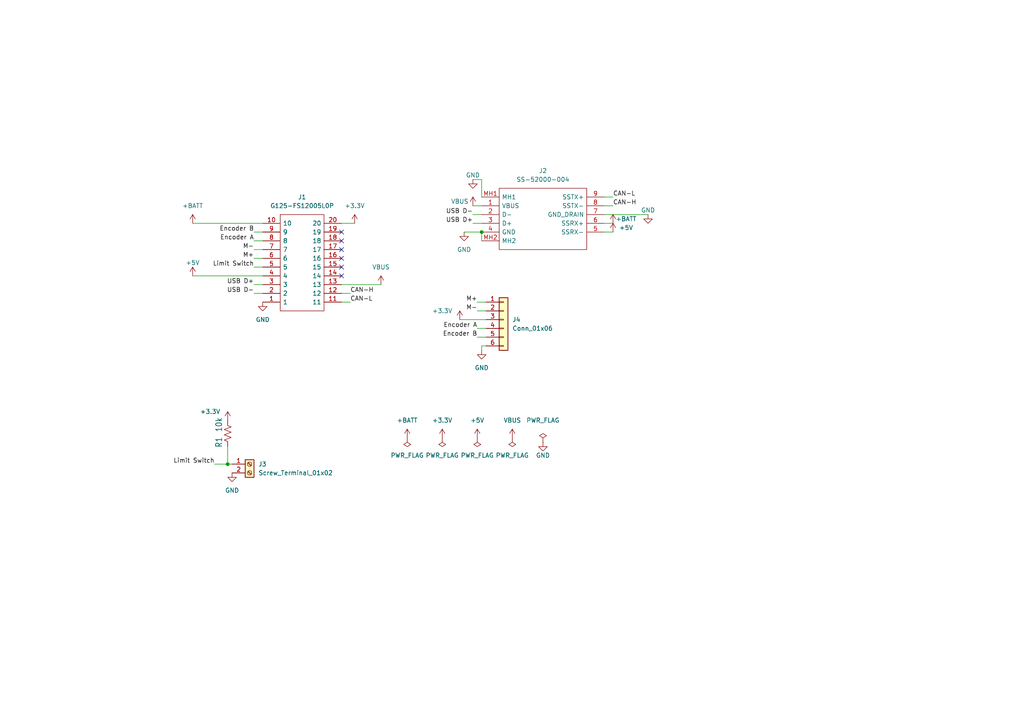
<source format=kicad_sch>
(kicad_sch
	(version 20231120)
	(generator "eeschema")
	(generator_version "8.0")
	(uuid "83c5b24f-b2a3-4c20-8b8e-c69619bf6d55")
	(paper "A4")
	(lib_symbols
		(symbol "Connector:Screw_Terminal_01x02"
			(pin_names
				(offset 1.016) hide)
			(exclude_from_sim no)
			(in_bom yes)
			(on_board yes)
			(property "Reference" "J"
				(at 0 2.54 0)
				(effects
					(font
						(size 1.27 1.27)
					)
				)
			)
			(property "Value" "Screw_Terminal_01x02"
				(at 0 -5.08 0)
				(effects
					(font
						(size 1.27 1.27)
					)
				)
			)
			(property "Footprint" ""
				(at 0 0 0)
				(effects
					(font
						(size 1.27 1.27)
					)
					(hide yes)
				)
			)
			(property "Datasheet" "~"
				(at 0 0 0)
				(effects
					(font
						(size 1.27 1.27)
					)
					(hide yes)
				)
			)
			(property "Description" "Generic screw terminal, single row, 01x02, script generated (kicad-library-utils/schlib/autogen/connector/)"
				(at 0 0 0)
				(effects
					(font
						(size 1.27 1.27)
					)
					(hide yes)
				)
			)
			(property "ki_keywords" "screw terminal"
				(at 0 0 0)
				(effects
					(font
						(size 1.27 1.27)
					)
					(hide yes)
				)
			)
			(property "ki_fp_filters" "TerminalBlock*:*"
				(at 0 0 0)
				(effects
					(font
						(size 1.27 1.27)
					)
					(hide yes)
				)
			)
			(symbol "Screw_Terminal_01x02_1_1"
				(rectangle
					(start -1.27 1.27)
					(end 1.27 -3.81)
					(stroke
						(width 0.254)
						(type default)
					)
					(fill
						(type background)
					)
				)
				(circle
					(center 0 -2.54)
					(radius 0.635)
					(stroke
						(width 0.1524)
						(type default)
					)
					(fill
						(type none)
					)
				)
				(polyline
					(pts
						(xy -0.5334 -2.2098) (xy 0.3302 -3.048)
					)
					(stroke
						(width 0.1524)
						(type default)
					)
					(fill
						(type none)
					)
				)
				(polyline
					(pts
						(xy -0.5334 0.3302) (xy 0.3302 -0.508)
					)
					(stroke
						(width 0.1524)
						(type default)
					)
					(fill
						(type none)
					)
				)
				(polyline
					(pts
						(xy -0.3556 -2.032) (xy 0.508 -2.8702)
					)
					(stroke
						(width 0.1524)
						(type default)
					)
					(fill
						(type none)
					)
				)
				(polyline
					(pts
						(xy -0.3556 0.508) (xy 0.508 -0.3302)
					)
					(stroke
						(width 0.1524)
						(type default)
					)
					(fill
						(type none)
					)
				)
				(circle
					(center 0 0)
					(radius 0.635)
					(stroke
						(width 0.1524)
						(type default)
					)
					(fill
						(type none)
					)
				)
				(pin passive line
					(at -5.08 0 0)
					(length 3.81)
					(name "Pin_1"
						(effects
							(font
								(size 1.27 1.27)
							)
						)
					)
					(number "1"
						(effects
							(font
								(size 1.27 1.27)
							)
						)
					)
				)
				(pin passive line
					(at -5.08 -2.54 0)
					(length 3.81)
					(name "Pin_2"
						(effects
							(font
								(size 1.27 1.27)
							)
						)
					)
					(number "2"
						(effects
							(font
								(size 1.27 1.27)
							)
						)
					)
				)
			)
		)
		(symbol "Connector_Generic:Conn_01x06"
			(pin_names
				(offset 1.016) hide)
			(exclude_from_sim no)
			(in_bom yes)
			(on_board yes)
			(property "Reference" "J"
				(at 0 7.62 0)
				(effects
					(font
						(size 1.27 1.27)
					)
				)
			)
			(property "Value" "Conn_01x06"
				(at 0 -10.16 0)
				(effects
					(font
						(size 1.27 1.27)
					)
				)
			)
			(property "Footprint" ""
				(at 0 0 0)
				(effects
					(font
						(size 1.27 1.27)
					)
					(hide yes)
				)
			)
			(property "Datasheet" "~"
				(at 0 0 0)
				(effects
					(font
						(size 1.27 1.27)
					)
					(hide yes)
				)
			)
			(property "Description" "Generic connector, single row, 01x06, script generated (kicad-library-utils/schlib/autogen/connector/)"
				(at 0 0 0)
				(effects
					(font
						(size 1.27 1.27)
					)
					(hide yes)
				)
			)
			(property "ki_keywords" "connector"
				(at 0 0 0)
				(effects
					(font
						(size 1.27 1.27)
					)
					(hide yes)
				)
			)
			(property "ki_fp_filters" "Connector*:*_1x??_*"
				(at 0 0 0)
				(effects
					(font
						(size 1.27 1.27)
					)
					(hide yes)
				)
			)
			(symbol "Conn_01x06_1_1"
				(rectangle
					(start -1.27 -7.493)
					(end 0 -7.747)
					(stroke
						(width 0.1524)
						(type default)
					)
					(fill
						(type none)
					)
				)
				(rectangle
					(start -1.27 -4.953)
					(end 0 -5.207)
					(stroke
						(width 0.1524)
						(type default)
					)
					(fill
						(type none)
					)
				)
				(rectangle
					(start -1.27 -2.413)
					(end 0 -2.667)
					(stroke
						(width 0.1524)
						(type default)
					)
					(fill
						(type none)
					)
				)
				(rectangle
					(start -1.27 0.127)
					(end 0 -0.127)
					(stroke
						(width 0.1524)
						(type default)
					)
					(fill
						(type none)
					)
				)
				(rectangle
					(start -1.27 2.667)
					(end 0 2.413)
					(stroke
						(width 0.1524)
						(type default)
					)
					(fill
						(type none)
					)
				)
				(rectangle
					(start -1.27 5.207)
					(end 0 4.953)
					(stroke
						(width 0.1524)
						(type default)
					)
					(fill
						(type none)
					)
				)
				(rectangle
					(start -1.27 6.35)
					(end 1.27 -8.89)
					(stroke
						(width 0.254)
						(type default)
					)
					(fill
						(type background)
					)
				)
				(pin passive line
					(at -5.08 5.08 0)
					(length 3.81)
					(name "Pin_1"
						(effects
							(font
								(size 1.27 1.27)
							)
						)
					)
					(number "1"
						(effects
							(font
								(size 1.27 1.27)
							)
						)
					)
				)
				(pin passive line
					(at -5.08 2.54 0)
					(length 3.81)
					(name "Pin_2"
						(effects
							(font
								(size 1.27 1.27)
							)
						)
					)
					(number "2"
						(effects
							(font
								(size 1.27 1.27)
							)
						)
					)
				)
				(pin passive line
					(at -5.08 0 0)
					(length 3.81)
					(name "Pin_3"
						(effects
							(font
								(size 1.27 1.27)
							)
						)
					)
					(number "3"
						(effects
							(font
								(size 1.27 1.27)
							)
						)
					)
				)
				(pin passive line
					(at -5.08 -2.54 0)
					(length 3.81)
					(name "Pin_4"
						(effects
							(font
								(size 1.27 1.27)
							)
						)
					)
					(number "4"
						(effects
							(font
								(size 1.27 1.27)
							)
						)
					)
				)
				(pin passive line
					(at -5.08 -5.08 0)
					(length 3.81)
					(name "Pin_5"
						(effects
							(font
								(size 1.27 1.27)
							)
						)
					)
					(number "5"
						(effects
							(font
								(size 1.27 1.27)
							)
						)
					)
				)
				(pin passive line
					(at -5.08 -7.62 0)
					(length 3.81)
					(name "Pin_6"
						(effects
							(font
								(size 1.27 1.27)
							)
						)
					)
					(number "6"
						(effects
							(font
								(size 1.27 1.27)
							)
						)
					)
				)
			)
		)
		(symbol "Device:R_US"
			(pin_numbers hide)
			(pin_names
				(offset 0)
			)
			(exclude_from_sim no)
			(in_bom yes)
			(on_board yes)
			(property "Reference" "R"
				(at 2.54 0 90)
				(effects
					(font
						(size 1.27 1.27)
					)
				)
			)
			(property "Value" "R_US"
				(at -2.54 0 90)
				(effects
					(font
						(size 1.27 1.27)
					)
				)
			)
			(property "Footprint" ""
				(at 1.016 -0.254 90)
				(effects
					(font
						(size 1.27 1.27)
					)
					(hide yes)
				)
			)
			(property "Datasheet" "~"
				(at 0 0 0)
				(effects
					(font
						(size 1.27 1.27)
					)
					(hide yes)
				)
			)
			(property "Description" "Resistor, US symbol"
				(at 0 0 0)
				(effects
					(font
						(size 1.27 1.27)
					)
					(hide yes)
				)
			)
			(property "ki_keywords" "R res resistor"
				(at 0 0 0)
				(effects
					(font
						(size 1.27 1.27)
					)
					(hide yes)
				)
			)
			(property "ki_fp_filters" "R_*"
				(at 0 0 0)
				(effects
					(font
						(size 1.27 1.27)
					)
					(hide yes)
				)
			)
			(symbol "R_US_0_1"
				(polyline
					(pts
						(xy 0 -2.286) (xy 0 -2.54)
					)
					(stroke
						(width 0)
						(type default)
					)
					(fill
						(type none)
					)
				)
				(polyline
					(pts
						(xy 0 2.286) (xy 0 2.54)
					)
					(stroke
						(width 0)
						(type default)
					)
					(fill
						(type none)
					)
				)
				(polyline
					(pts
						(xy 0 -0.762) (xy 1.016 -1.143) (xy 0 -1.524) (xy -1.016 -1.905) (xy 0 -2.286)
					)
					(stroke
						(width 0)
						(type default)
					)
					(fill
						(type none)
					)
				)
				(polyline
					(pts
						(xy 0 0.762) (xy 1.016 0.381) (xy 0 0) (xy -1.016 -0.381) (xy 0 -0.762)
					)
					(stroke
						(width 0)
						(type default)
					)
					(fill
						(type none)
					)
				)
				(polyline
					(pts
						(xy 0 2.286) (xy 1.016 1.905) (xy 0 1.524) (xy -1.016 1.143) (xy 0 0.762)
					)
					(stroke
						(width 0)
						(type default)
					)
					(fill
						(type none)
					)
				)
			)
			(symbol "R_US_1_1"
				(pin passive line
					(at 0 3.81 270)
					(length 1.27)
					(name "~"
						(effects
							(font
								(size 1.27 1.27)
							)
						)
					)
					(number "1"
						(effects
							(font
								(size 1.27 1.27)
							)
						)
					)
				)
				(pin passive line
					(at 0 -3.81 90)
					(length 1.27)
					(name "~"
						(effects
							(font
								(size 1.27 1.27)
							)
						)
					)
					(number "2"
						(effects
							(font
								(size 1.27 1.27)
							)
						)
					)
				)
			)
		)
		(symbol "SamacSys_Parts:G125-FS12005L0P"
			(pin_names
				(offset 0.762)
			)
			(exclude_from_sim no)
			(in_bom yes)
			(on_board yes)
			(property "Reference" "J"
				(at 19.05 7.62 0)
				(effects
					(font
						(size 1.27 1.27)
					)
					(justify left)
				)
			)
			(property "Value" "G125-FS12005L0P"
				(at 19.05 5.08 0)
				(effects
					(font
						(size 1.27 1.27)
					)
					(justify left)
				)
			)
			(property "Footprint" "G125-FS12005L0P"
				(at 19.05 2.54 0)
				(effects
					(font
						(size 1.27 1.27)
					)
					(justify left)
					(hide yes)
				)
			)
			(property "Datasheet" "https://cdn.harwin.com/pdfs/G125-FS1XX05L0P.pdf"
				(at 19.05 0 0)
				(effects
					(font
						(size 1.27 1.27)
					)
					(justify left)
					(hide yes)
				)
			)
			(property "Description" "Gecko DIL Female Vertical Surface Mount Connector, gold, pick &amp; place (cut tape packing), 20 contacts"
				(at 19.05 -2.54 0)
				(effects
					(font
						(size 1.27 1.27)
					)
					(justify left)
					(hide yes)
				)
			)
			(property "Height" "6.9"
				(at 19.05 -5.08 0)
				(effects
					(font
						(size 1.27 1.27)
					)
					(justify left)
					(hide yes)
				)
			)
			(property "Mouser Part Number" "855-G125-FS12005L0P"
				(at 19.05 -7.62 0)
				(effects
					(font
						(size 1.27 1.27)
					)
					(justify left)
					(hide yes)
				)
			)
			(property "Mouser Price/Stock" "https://www.mouser.co.uk/ProductDetail/Harwin/G125-FS12005L0P?qs=cdolyCy5tGp4VEssWJWFsg%3D%3D"
				(at 19.05 -10.16 0)
				(effects
					(font
						(size 1.27 1.27)
					)
					(justify left)
					(hide yes)
				)
			)
			(property "Manufacturer_Name" "Harwin"
				(at 19.05 -12.7 0)
				(effects
					(font
						(size 1.27 1.27)
					)
					(justify left)
					(hide yes)
				)
			)
			(property "Manufacturer_Part_Number" "G125-FS12005L0P"
				(at 19.05 -15.24 0)
				(effects
					(font
						(size 1.27 1.27)
					)
					(justify left)
					(hide yes)
				)
			)
			(symbol "G125-FS12005L0P_0_0"
				(pin passive line
					(at 0 -22.86 0)
					(length 5.08)
					(name "1"
						(effects
							(font
								(size 1.27 1.27)
							)
						)
					)
					(number "1"
						(effects
							(font
								(size 1.27 1.27)
							)
						)
					)
				)
				(pin passive line
					(at 0 0 0)
					(length 5.08)
					(name "10"
						(effects
							(font
								(size 1.27 1.27)
							)
						)
					)
					(number "10"
						(effects
							(font
								(size 1.27 1.27)
							)
						)
					)
				)
				(pin passive line
					(at 22.86 -22.86 180)
					(length 5.08)
					(name "11"
						(effects
							(font
								(size 1.27 1.27)
							)
						)
					)
					(number "11"
						(effects
							(font
								(size 1.27 1.27)
							)
						)
					)
				)
				(pin passive line
					(at 22.86 -20.32 180)
					(length 5.08)
					(name "12"
						(effects
							(font
								(size 1.27 1.27)
							)
						)
					)
					(number "12"
						(effects
							(font
								(size 1.27 1.27)
							)
						)
					)
				)
				(pin passive line
					(at 22.86 -17.78 180)
					(length 5.08)
					(name "13"
						(effects
							(font
								(size 1.27 1.27)
							)
						)
					)
					(number "13"
						(effects
							(font
								(size 1.27 1.27)
							)
						)
					)
				)
				(pin passive line
					(at 22.86 -15.24 180)
					(length 5.08)
					(name "14"
						(effects
							(font
								(size 1.27 1.27)
							)
						)
					)
					(number "14"
						(effects
							(font
								(size 1.27 1.27)
							)
						)
					)
				)
				(pin passive line
					(at 22.86 -12.7 180)
					(length 5.08)
					(name "15"
						(effects
							(font
								(size 1.27 1.27)
							)
						)
					)
					(number "15"
						(effects
							(font
								(size 1.27 1.27)
							)
						)
					)
				)
				(pin passive line
					(at 22.86 -10.16 180)
					(length 5.08)
					(name "16"
						(effects
							(font
								(size 1.27 1.27)
							)
						)
					)
					(number "16"
						(effects
							(font
								(size 1.27 1.27)
							)
						)
					)
				)
				(pin passive line
					(at 22.86 -7.62 180)
					(length 5.08)
					(name "17"
						(effects
							(font
								(size 1.27 1.27)
							)
						)
					)
					(number "17"
						(effects
							(font
								(size 1.27 1.27)
							)
						)
					)
				)
				(pin passive line
					(at 22.86 -5.08 180)
					(length 5.08)
					(name "18"
						(effects
							(font
								(size 1.27 1.27)
							)
						)
					)
					(number "18"
						(effects
							(font
								(size 1.27 1.27)
							)
						)
					)
				)
				(pin passive line
					(at 22.86 -2.54 180)
					(length 5.08)
					(name "19"
						(effects
							(font
								(size 1.27 1.27)
							)
						)
					)
					(number "19"
						(effects
							(font
								(size 1.27 1.27)
							)
						)
					)
				)
				(pin passive line
					(at 0 -20.32 0)
					(length 5.08)
					(name "2"
						(effects
							(font
								(size 1.27 1.27)
							)
						)
					)
					(number "2"
						(effects
							(font
								(size 1.27 1.27)
							)
						)
					)
				)
				(pin passive line
					(at 22.86 0 180)
					(length 5.08)
					(name "20"
						(effects
							(font
								(size 1.27 1.27)
							)
						)
					)
					(number "20"
						(effects
							(font
								(size 1.27 1.27)
							)
						)
					)
				)
				(pin passive line
					(at 0 -17.78 0)
					(length 5.08)
					(name "3"
						(effects
							(font
								(size 1.27 1.27)
							)
						)
					)
					(number "3"
						(effects
							(font
								(size 1.27 1.27)
							)
						)
					)
				)
				(pin passive line
					(at 0 -15.24 0)
					(length 5.08)
					(name "4"
						(effects
							(font
								(size 1.27 1.27)
							)
						)
					)
					(number "4"
						(effects
							(font
								(size 1.27 1.27)
							)
						)
					)
				)
				(pin passive line
					(at 0 -12.7 0)
					(length 5.08)
					(name "5"
						(effects
							(font
								(size 1.27 1.27)
							)
						)
					)
					(number "5"
						(effects
							(font
								(size 1.27 1.27)
							)
						)
					)
				)
				(pin passive line
					(at 0 -10.16 0)
					(length 5.08)
					(name "6"
						(effects
							(font
								(size 1.27 1.27)
							)
						)
					)
					(number "6"
						(effects
							(font
								(size 1.27 1.27)
							)
						)
					)
				)
				(pin passive line
					(at 0 -7.62 0)
					(length 5.08)
					(name "7"
						(effects
							(font
								(size 1.27 1.27)
							)
						)
					)
					(number "7"
						(effects
							(font
								(size 1.27 1.27)
							)
						)
					)
				)
				(pin passive line
					(at 0 -5.08 0)
					(length 5.08)
					(name "8"
						(effects
							(font
								(size 1.27 1.27)
							)
						)
					)
					(number "8"
						(effects
							(font
								(size 1.27 1.27)
							)
						)
					)
				)
				(pin passive line
					(at 0 -2.54 0)
					(length 5.08)
					(name "9"
						(effects
							(font
								(size 1.27 1.27)
							)
						)
					)
					(number "9"
						(effects
							(font
								(size 1.27 1.27)
							)
						)
					)
				)
			)
			(symbol "G125-FS12005L0P_0_1"
				(polyline
					(pts
						(xy 5.08 2.54) (xy 17.78 2.54) (xy 17.78 -25.4) (xy 5.08 -25.4) (xy 5.08 2.54)
					)
					(stroke
						(width 0.1524)
						(type solid)
					)
					(fill
						(type none)
					)
				)
			)
		)
		(symbol "SamacSys_Parts:SS-52000-004"
			(pin_names
				(offset 0.762)
			)
			(exclude_from_sim no)
			(in_bom yes)
			(on_board yes)
			(property "Reference" "J"
				(at 31.75 7.62 0)
				(effects
					(font
						(size 1.27 1.27)
					)
					(justify left)
				)
			)
			(property "Value" "SS-52000-004"
				(at 31.75 5.08 0)
				(effects
					(font
						(size 1.27 1.27)
					)
					(justify left)
				)
			)
			(property "Footprint" "SS52000004"
				(at 31.75 2.54 0)
				(effects
					(font
						(size 1.27 1.27)
					)
					(justify left)
					(hide yes)
				)
			)
			(property "Datasheet" "https://www.mouser.com/datasheet/2/643/Bel_02072019_SS-52000-004-1531097.pdf"
				(at 31.75 0 0)
				(effects
					(font
						(size 1.27 1.27)
					)
					(justify left)
					(hide yes)
				)
			)
			(property "Description" "Connector USB Type A Receptacle 9 Position Straight - Bulk"
				(at 31.75 -2.54 0)
				(effects
					(font
						(size 1.27 1.27)
					)
					(justify left)
					(hide yes)
				)
			)
			(property "Height" "15.15"
				(at 31.75 -5.08 0)
				(effects
					(font
						(size 1.27 1.27)
					)
					(justify left)
					(hide yes)
				)
			)
			(property "Mouser Part Number" "530-SS-52000-004"
				(at 31.75 -7.62 0)
				(effects
					(font
						(size 1.27 1.27)
					)
					(justify left)
					(hide yes)
				)
			)
			(property "Mouser Price/Stock" ""
				(at 31.75 -10.16 0)
				(effects
					(font
						(size 1.27 1.27)
					)
					(justify left)
					(hide yes)
				)
			)
			(property "Manufacturer_Name" "Bel"
				(at 31.75 -12.7 0)
				(effects
					(font
						(size 1.27 1.27)
					)
					(justify left)
					(hide yes)
				)
			)
			(property "Manufacturer_Part_Number" "SS-52000-004"
				(at 31.75 -15.24 0)
				(effects
					(font
						(size 1.27 1.27)
					)
					(justify left)
					(hide yes)
				)
			)
			(symbol "SS-52000-004_0_0"
				(pin passive line
					(at 0 -2.54 0)
					(length 5.08)
					(name "VBUS"
						(effects
							(font
								(size 1.27 1.27)
							)
						)
					)
					(number "1"
						(effects
							(font
								(size 1.27 1.27)
							)
						)
					)
				)
				(pin passive line
					(at 0 -5.08 0)
					(length 5.08)
					(name "D-"
						(effects
							(font
								(size 1.27 1.27)
							)
						)
					)
					(number "2"
						(effects
							(font
								(size 1.27 1.27)
							)
						)
					)
				)
				(pin passive line
					(at 0 -7.62 0)
					(length 5.08)
					(name "D+"
						(effects
							(font
								(size 1.27 1.27)
							)
						)
					)
					(number "3"
						(effects
							(font
								(size 1.27 1.27)
							)
						)
					)
				)
				(pin passive line
					(at 0 -10.16 0)
					(length 5.08)
					(name "GND"
						(effects
							(font
								(size 1.27 1.27)
							)
						)
					)
					(number "4"
						(effects
							(font
								(size 1.27 1.27)
							)
						)
					)
				)
				(pin passive line
					(at 35.56 -10.16 180)
					(length 5.08)
					(name "SSRX-"
						(effects
							(font
								(size 1.27 1.27)
							)
						)
					)
					(number "5"
						(effects
							(font
								(size 1.27 1.27)
							)
						)
					)
				)
				(pin passive line
					(at 35.56 -7.62 180)
					(length 5.08)
					(name "SSRX+"
						(effects
							(font
								(size 1.27 1.27)
							)
						)
					)
					(number "6"
						(effects
							(font
								(size 1.27 1.27)
							)
						)
					)
				)
				(pin passive line
					(at 35.56 -5.08 180)
					(length 5.08)
					(name "GND_DRAIN"
						(effects
							(font
								(size 1.27 1.27)
							)
						)
					)
					(number "7"
						(effects
							(font
								(size 1.27 1.27)
							)
						)
					)
				)
				(pin passive line
					(at 35.56 -2.54 180)
					(length 5.08)
					(name "SSTX-"
						(effects
							(font
								(size 1.27 1.27)
							)
						)
					)
					(number "8"
						(effects
							(font
								(size 1.27 1.27)
							)
						)
					)
				)
				(pin passive line
					(at 35.56 0 180)
					(length 5.08)
					(name "SSTX+"
						(effects
							(font
								(size 1.27 1.27)
							)
						)
					)
					(number "9"
						(effects
							(font
								(size 1.27 1.27)
							)
						)
					)
				)
				(pin passive line
					(at 0 0 0)
					(length 5.08)
					(name "MH1"
						(effects
							(font
								(size 1.27 1.27)
							)
						)
					)
					(number "MH1"
						(effects
							(font
								(size 1.27 1.27)
							)
						)
					)
				)
				(pin passive line
					(at 0 -12.7 0)
					(length 5.08)
					(name "MH2"
						(effects
							(font
								(size 1.27 1.27)
							)
						)
					)
					(number "MH2"
						(effects
							(font
								(size 1.27 1.27)
							)
						)
					)
				)
			)
			(symbol "SS-52000-004_0_1"
				(polyline
					(pts
						(xy 5.08 2.54) (xy 30.48 2.54) (xy 30.48 -15.24) (xy 5.08 -15.24) (xy 5.08 2.54)
					)
					(stroke
						(width 0.1524)
						(type solid)
					)
					(fill
						(type none)
					)
				)
			)
		)
		(symbol "power:+3.3V"
			(power)
			(pin_names
				(offset 0)
			)
			(exclude_from_sim no)
			(in_bom yes)
			(on_board yes)
			(property "Reference" "#PWR"
				(at 0 -3.81 0)
				(effects
					(font
						(size 1.27 1.27)
					)
					(hide yes)
				)
			)
			(property "Value" "+3.3V"
				(at 0 3.556 0)
				(effects
					(font
						(size 1.27 1.27)
					)
				)
			)
			(property "Footprint" ""
				(at 0 0 0)
				(effects
					(font
						(size 1.27 1.27)
					)
					(hide yes)
				)
			)
			(property "Datasheet" ""
				(at 0 0 0)
				(effects
					(font
						(size 1.27 1.27)
					)
					(hide yes)
				)
			)
			(property "Description" "Power symbol creates a global label with name \"+3.3V\""
				(at 0 0 0)
				(effects
					(font
						(size 1.27 1.27)
					)
					(hide yes)
				)
			)
			(property "ki_keywords" "global power"
				(at 0 0 0)
				(effects
					(font
						(size 1.27 1.27)
					)
					(hide yes)
				)
			)
			(symbol "+3.3V_0_1"
				(polyline
					(pts
						(xy -0.762 1.27) (xy 0 2.54)
					)
					(stroke
						(width 0)
						(type default)
					)
					(fill
						(type none)
					)
				)
				(polyline
					(pts
						(xy 0 0) (xy 0 2.54)
					)
					(stroke
						(width 0)
						(type default)
					)
					(fill
						(type none)
					)
				)
				(polyline
					(pts
						(xy 0 2.54) (xy 0.762 1.27)
					)
					(stroke
						(width 0)
						(type default)
					)
					(fill
						(type none)
					)
				)
			)
			(symbol "+3.3V_1_1"
				(pin power_in line
					(at 0 0 90)
					(length 0) hide
					(name "+3.3V"
						(effects
							(font
								(size 1.27 1.27)
							)
						)
					)
					(number "1"
						(effects
							(font
								(size 1.27 1.27)
							)
						)
					)
				)
			)
		)
		(symbol "power:+5V"
			(power)
			(pin_names
				(offset 0)
			)
			(exclude_from_sim no)
			(in_bom yes)
			(on_board yes)
			(property "Reference" "#PWR"
				(at 0 -3.81 0)
				(effects
					(font
						(size 1.27 1.27)
					)
					(hide yes)
				)
			)
			(property "Value" "+5V"
				(at 0 3.556 0)
				(effects
					(font
						(size 1.27 1.27)
					)
				)
			)
			(property "Footprint" ""
				(at 0 0 0)
				(effects
					(font
						(size 1.27 1.27)
					)
					(hide yes)
				)
			)
			(property "Datasheet" ""
				(at 0 0 0)
				(effects
					(font
						(size 1.27 1.27)
					)
					(hide yes)
				)
			)
			(property "Description" "Power symbol creates a global label with name \"+5V\""
				(at 0 0 0)
				(effects
					(font
						(size 1.27 1.27)
					)
					(hide yes)
				)
			)
			(property "ki_keywords" "global power"
				(at 0 0 0)
				(effects
					(font
						(size 1.27 1.27)
					)
					(hide yes)
				)
			)
			(symbol "+5V_0_1"
				(polyline
					(pts
						(xy -0.762 1.27) (xy 0 2.54)
					)
					(stroke
						(width 0)
						(type default)
					)
					(fill
						(type none)
					)
				)
				(polyline
					(pts
						(xy 0 0) (xy 0 2.54)
					)
					(stroke
						(width 0)
						(type default)
					)
					(fill
						(type none)
					)
				)
				(polyline
					(pts
						(xy 0 2.54) (xy 0.762 1.27)
					)
					(stroke
						(width 0)
						(type default)
					)
					(fill
						(type none)
					)
				)
			)
			(symbol "+5V_1_1"
				(pin power_in line
					(at 0 0 90)
					(length 0) hide
					(name "+5V"
						(effects
							(font
								(size 1.27 1.27)
							)
						)
					)
					(number "1"
						(effects
							(font
								(size 1.27 1.27)
							)
						)
					)
				)
			)
		)
		(symbol "power:+BATT"
			(power)
			(pin_names
				(offset 0)
			)
			(exclude_from_sim no)
			(in_bom yes)
			(on_board yes)
			(property "Reference" "#PWR"
				(at 0 -3.81 0)
				(effects
					(font
						(size 1.27 1.27)
					)
					(hide yes)
				)
			)
			(property "Value" "+BATT"
				(at 0 3.556 0)
				(effects
					(font
						(size 1.27 1.27)
					)
				)
			)
			(property "Footprint" ""
				(at 0 0 0)
				(effects
					(font
						(size 1.27 1.27)
					)
					(hide yes)
				)
			)
			(property "Datasheet" ""
				(at 0 0 0)
				(effects
					(font
						(size 1.27 1.27)
					)
					(hide yes)
				)
			)
			(property "Description" "Power symbol creates a global label with name \"+BATT\""
				(at 0 0 0)
				(effects
					(font
						(size 1.27 1.27)
					)
					(hide yes)
				)
			)
			(property "ki_keywords" "global power battery"
				(at 0 0 0)
				(effects
					(font
						(size 1.27 1.27)
					)
					(hide yes)
				)
			)
			(symbol "+BATT_0_1"
				(polyline
					(pts
						(xy -0.762 1.27) (xy 0 2.54)
					)
					(stroke
						(width 0)
						(type default)
					)
					(fill
						(type none)
					)
				)
				(polyline
					(pts
						(xy 0 0) (xy 0 2.54)
					)
					(stroke
						(width 0)
						(type default)
					)
					(fill
						(type none)
					)
				)
				(polyline
					(pts
						(xy 0 2.54) (xy 0.762 1.27)
					)
					(stroke
						(width 0)
						(type default)
					)
					(fill
						(type none)
					)
				)
			)
			(symbol "+BATT_1_1"
				(pin power_in line
					(at 0 0 90)
					(length 0) hide
					(name "+BATT"
						(effects
							(font
								(size 1.27 1.27)
							)
						)
					)
					(number "1"
						(effects
							(font
								(size 1.27 1.27)
							)
						)
					)
				)
			)
		)
		(symbol "power:GND"
			(power)
			(pin_names
				(offset 0)
			)
			(exclude_from_sim no)
			(in_bom yes)
			(on_board yes)
			(property "Reference" "#PWR"
				(at 0 -6.35 0)
				(effects
					(font
						(size 1.27 1.27)
					)
					(hide yes)
				)
			)
			(property "Value" "GND"
				(at 0 -3.81 0)
				(effects
					(font
						(size 1.27 1.27)
					)
				)
			)
			(property "Footprint" ""
				(at 0 0 0)
				(effects
					(font
						(size 1.27 1.27)
					)
					(hide yes)
				)
			)
			(property "Datasheet" ""
				(at 0 0 0)
				(effects
					(font
						(size 1.27 1.27)
					)
					(hide yes)
				)
			)
			(property "Description" "Power symbol creates a global label with name \"GND\" , ground"
				(at 0 0 0)
				(effects
					(font
						(size 1.27 1.27)
					)
					(hide yes)
				)
			)
			(property "ki_keywords" "global power"
				(at 0 0 0)
				(effects
					(font
						(size 1.27 1.27)
					)
					(hide yes)
				)
			)
			(symbol "GND_0_1"
				(polyline
					(pts
						(xy 0 0) (xy 0 -1.27) (xy 1.27 -1.27) (xy 0 -2.54) (xy -1.27 -1.27) (xy 0 -1.27)
					)
					(stroke
						(width 0)
						(type default)
					)
					(fill
						(type none)
					)
				)
			)
			(symbol "GND_1_1"
				(pin power_in line
					(at 0 0 270)
					(length 0) hide
					(name "GND"
						(effects
							(font
								(size 1.27 1.27)
							)
						)
					)
					(number "1"
						(effects
							(font
								(size 1.27 1.27)
							)
						)
					)
				)
			)
		)
		(symbol "power:PWR_FLAG"
			(power)
			(pin_numbers hide)
			(pin_names
				(offset 0) hide)
			(exclude_from_sim no)
			(in_bom yes)
			(on_board yes)
			(property "Reference" "#FLG"
				(at 0 1.905 0)
				(effects
					(font
						(size 1.27 1.27)
					)
					(hide yes)
				)
			)
			(property "Value" "PWR_FLAG"
				(at 0 3.81 0)
				(effects
					(font
						(size 1.27 1.27)
					)
				)
			)
			(property "Footprint" ""
				(at 0 0 0)
				(effects
					(font
						(size 1.27 1.27)
					)
					(hide yes)
				)
			)
			(property "Datasheet" "~"
				(at 0 0 0)
				(effects
					(font
						(size 1.27 1.27)
					)
					(hide yes)
				)
			)
			(property "Description" "Special symbol for telling ERC where power comes from"
				(at 0 0 0)
				(effects
					(font
						(size 1.27 1.27)
					)
					(hide yes)
				)
			)
			(property "ki_keywords" "flag power"
				(at 0 0 0)
				(effects
					(font
						(size 1.27 1.27)
					)
					(hide yes)
				)
			)
			(symbol "PWR_FLAG_0_0"
				(pin power_out line
					(at 0 0 90)
					(length 0)
					(name "pwr"
						(effects
							(font
								(size 1.27 1.27)
							)
						)
					)
					(number "1"
						(effects
							(font
								(size 1.27 1.27)
							)
						)
					)
				)
			)
			(symbol "PWR_FLAG_0_1"
				(polyline
					(pts
						(xy 0 0) (xy 0 1.27) (xy -1.016 1.905) (xy 0 2.54) (xy 1.016 1.905) (xy 0 1.27)
					)
					(stroke
						(width 0)
						(type default)
					)
					(fill
						(type none)
					)
				)
			)
		)
		(symbol "power:VBUS"
			(power)
			(pin_names
				(offset 0)
			)
			(exclude_from_sim no)
			(in_bom yes)
			(on_board yes)
			(property "Reference" "#PWR"
				(at 0 -3.81 0)
				(effects
					(font
						(size 1.27 1.27)
					)
					(hide yes)
				)
			)
			(property "Value" "VBUS"
				(at 0 3.81 0)
				(effects
					(font
						(size 1.27 1.27)
					)
				)
			)
			(property "Footprint" ""
				(at 0 0 0)
				(effects
					(font
						(size 1.27 1.27)
					)
					(hide yes)
				)
			)
			(property "Datasheet" ""
				(at 0 0 0)
				(effects
					(font
						(size 1.27 1.27)
					)
					(hide yes)
				)
			)
			(property "Description" "Power symbol creates a global label with name \"VBUS\""
				(at 0 0 0)
				(effects
					(font
						(size 1.27 1.27)
					)
					(hide yes)
				)
			)
			(property "ki_keywords" "global power"
				(at 0 0 0)
				(effects
					(font
						(size 1.27 1.27)
					)
					(hide yes)
				)
			)
			(symbol "VBUS_0_1"
				(polyline
					(pts
						(xy -0.762 1.27) (xy 0 2.54)
					)
					(stroke
						(width 0)
						(type default)
					)
					(fill
						(type none)
					)
				)
				(polyline
					(pts
						(xy 0 0) (xy 0 2.54)
					)
					(stroke
						(width 0)
						(type default)
					)
					(fill
						(type none)
					)
				)
				(polyline
					(pts
						(xy 0 2.54) (xy 0.762 1.27)
					)
					(stroke
						(width 0)
						(type default)
					)
					(fill
						(type none)
					)
				)
			)
			(symbol "VBUS_1_1"
				(pin power_in line
					(at 0 0 90)
					(length 0) hide
					(name "VBUS"
						(effects
							(font
								(size 1.27 1.27)
							)
						)
					)
					(number "1"
						(effects
							(font
								(size 1.27 1.27)
							)
						)
					)
				)
			)
		)
	)
	(junction
		(at 66.04 134.62)
		(diameter 0)
		(color 0 0 0 0)
		(uuid "d13b8bbb-cf9b-4ccd-b4e5-8458b8fde55e")
	)
	(junction
		(at 139.7 67.31)
		(diameter 0)
		(color 0 0 0 0)
		(uuid "dba81831-d2f3-4f76-b052-5ea76244c33d")
	)
	(no_connect
		(at 99.06 72.39)
		(uuid "1672c19c-60b4-478b-bfbd-972c69ac86f9")
	)
	(no_connect
		(at 99.06 80.01)
		(uuid "428e959a-d356-46e1-930c-ec2aa02d7bc5")
	)
	(no_connect
		(at 99.06 77.47)
		(uuid "51ca1bea-6937-480e-ba44-20734be46311")
	)
	(no_connect
		(at 99.06 67.31)
		(uuid "b7122a18-f77c-4c47-87ab-46fbab2198e0")
	)
	(no_connect
		(at 99.06 74.93)
		(uuid "dae99df7-a7c0-43e5-96d4-2569e93ae862")
	)
	(no_connect
		(at 99.06 69.85)
		(uuid "ef40920f-934d-42b5-b205-56dd03508aab")
	)
	(wire
		(pts
			(xy 175.26 57.15) (xy 177.8 57.15)
		)
		(stroke
			(width 0)
			(type default)
		)
		(uuid "19ff76f5-bcbd-4084-a764-713b437a6e67")
	)
	(wire
		(pts
			(xy 139.7 57.15) (xy 139.7 52.07)
		)
		(stroke
			(width 0)
			(type default)
		)
		(uuid "1b039792-6fa4-4db8-b57b-7e25c0bf6943")
	)
	(wire
		(pts
			(xy 110.49 82.55) (xy 99.06 82.55)
		)
		(stroke
			(width 0)
			(type default)
		)
		(uuid "1e1eab6d-0722-4762-896d-729a163a92b4")
	)
	(wire
		(pts
			(xy 62.23 134.62) (xy 66.04 134.62)
		)
		(stroke
			(width 0)
			(type default)
		)
		(uuid "22863a7b-b641-4db5-b314-c10ad778b505")
	)
	(wire
		(pts
			(xy 175.26 67.31) (xy 177.8 67.31)
		)
		(stroke
			(width 0)
			(type default)
		)
		(uuid "29ddee98-3c13-4165-97f8-c5c622854559")
	)
	(wire
		(pts
			(xy 139.7 101.6) (xy 139.7 100.33)
		)
		(stroke
			(width 0)
			(type default)
		)
		(uuid "2f60c97c-9d76-4d73-8d12-6839be89259f")
	)
	(wire
		(pts
			(xy 76.2 67.31) (xy 73.66 67.31)
		)
		(stroke
			(width 0)
			(type default)
		)
		(uuid "35973f32-dbe8-495a-b083-3531ae418f3d")
	)
	(wire
		(pts
			(xy 66.04 134.62) (xy 67.31 134.62)
		)
		(stroke
			(width 0)
			(type default)
		)
		(uuid "36036ed0-414d-4294-97ea-665fb8d362c0")
	)
	(wire
		(pts
			(xy 138.43 90.17) (xy 140.97 90.17)
		)
		(stroke
			(width 0)
			(type default)
		)
		(uuid "3fc964b1-db49-4ad0-9568-63d554e6568d")
	)
	(wire
		(pts
			(xy 175.26 64.77) (xy 177.8 64.77)
		)
		(stroke
			(width 0)
			(type default)
		)
		(uuid "4bb48522-1bc2-44e6-bdad-218b31b15bd4")
	)
	(wire
		(pts
			(xy 175.26 59.69) (xy 177.8 59.69)
		)
		(stroke
			(width 0)
			(type default)
		)
		(uuid "50b93006-8cc0-4318-b882-66bf9d9540de")
	)
	(wire
		(pts
			(xy 76.2 82.55) (xy 73.66 82.55)
		)
		(stroke
			(width 0)
			(type default)
		)
		(uuid "529d6dfd-9e95-4fe2-934b-42df40a6264a")
	)
	(wire
		(pts
			(xy 99.06 64.77) (xy 102.87 64.77)
		)
		(stroke
			(width 0)
			(type default)
		)
		(uuid "6596e579-b1eb-4a88-b54b-ce65ad7b49d8")
	)
	(wire
		(pts
			(xy 133.35 92.71) (xy 140.97 92.71)
		)
		(stroke
			(width 0)
			(type default)
		)
		(uuid "704be4d3-ab04-4ad8-bbb0-8c3c368409a3")
	)
	(wire
		(pts
			(xy 138.43 97.79) (xy 140.97 97.79)
		)
		(stroke
			(width 0)
			(type default)
		)
		(uuid "72746433-ffb2-4d1f-9113-4d499d2d54e6")
	)
	(wire
		(pts
			(xy 134.62 67.31) (xy 139.7 67.31)
		)
		(stroke
			(width 0)
			(type default)
		)
		(uuid "787e1dbc-148f-481a-82fe-ab016442b964")
	)
	(wire
		(pts
			(xy 138.43 87.63) (xy 140.97 87.63)
		)
		(stroke
			(width 0)
			(type default)
		)
		(uuid "8eeefa7d-bfd4-44eb-9de2-0651f106eb24")
	)
	(wire
		(pts
			(xy 139.7 52.07) (xy 137.16 52.07)
		)
		(stroke
			(width 0)
			(type default)
		)
		(uuid "92ccf517-53bc-4d87-91bf-fb3e7d3f1b00")
	)
	(wire
		(pts
			(xy 139.7 67.31) (xy 139.7 69.85)
		)
		(stroke
			(width 0)
			(type default)
		)
		(uuid "971ef0d8-120f-4e0d-a818-f919b28dd14a")
	)
	(wire
		(pts
			(xy 101.6 87.63) (xy 99.06 87.63)
		)
		(stroke
			(width 0)
			(type default)
		)
		(uuid "bd451947-9877-4045-8bcb-27a859a0a011")
	)
	(wire
		(pts
			(xy 73.66 77.47) (xy 76.2 77.47)
		)
		(stroke
			(width 0)
			(type default)
		)
		(uuid "be6f6d3c-1f29-45e2-8768-935c214e6b2b")
	)
	(wire
		(pts
			(xy 137.16 64.77) (xy 139.7 64.77)
		)
		(stroke
			(width 0)
			(type default)
		)
		(uuid "c81f857a-1b1a-4fc2-8128-504b89ba18ca")
	)
	(wire
		(pts
			(xy 101.6 85.09) (xy 99.06 85.09)
		)
		(stroke
			(width 0)
			(type default)
		)
		(uuid "caba6f4a-08e3-426b-bce0-fb6cd0e789d2")
	)
	(wire
		(pts
			(xy 76.2 64.77) (xy 55.88 64.77)
		)
		(stroke
			(width 0)
			(type default)
		)
		(uuid "cc4d5f26-3c8b-4d1e-ab69-d94638834bce")
	)
	(wire
		(pts
			(xy 137.16 59.69) (xy 139.7 59.69)
		)
		(stroke
			(width 0)
			(type default)
		)
		(uuid "d2c8dab4-1536-4aa2-a217-b73e4e612a26")
	)
	(wire
		(pts
			(xy 66.04 129.54) (xy 66.04 134.62)
		)
		(stroke
			(width 0)
			(type default)
		)
		(uuid "dcecaa9a-c688-4e18-8411-645e61afab95")
	)
	(wire
		(pts
			(xy 76.2 85.09) (xy 73.66 85.09)
		)
		(stroke
			(width 0)
			(type default)
		)
		(uuid "e09cc31a-3704-4434-b282-b2516ac77035")
	)
	(wire
		(pts
			(xy 138.43 95.25) (xy 140.97 95.25)
		)
		(stroke
			(width 0)
			(type default)
		)
		(uuid "e3395c9a-4e34-41fd-bdd9-22235651533f")
	)
	(wire
		(pts
			(xy 76.2 80.01) (xy 55.88 80.01)
		)
		(stroke
			(width 0)
			(type default)
		)
		(uuid "e3c87a54-71ac-494c-b014-dff9e9d120ca")
	)
	(wire
		(pts
			(xy 76.2 74.93) (xy 73.66 74.93)
		)
		(stroke
			(width 0)
			(type default)
		)
		(uuid "e8564495-3536-4402-b6a0-c85aa9f1f967")
	)
	(wire
		(pts
			(xy 76.2 72.39) (xy 73.66 72.39)
		)
		(stroke
			(width 0)
			(type default)
		)
		(uuid "ebfc2745-bfdf-42c7-9a52-1218dad741bf")
	)
	(wire
		(pts
			(xy 139.7 100.33) (xy 140.97 100.33)
		)
		(stroke
			(width 0)
			(type default)
		)
		(uuid "eeeb70db-53fa-4bfb-ba09-c2cb5db4cb7d")
	)
	(wire
		(pts
			(xy 187.96 62.23) (xy 175.26 62.23)
		)
		(stroke
			(width 0)
			(type default)
		)
		(uuid "f9006a10-d123-48c6-b563-0db65a5a48f3")
	)
	(wire
		(pts
			(xy 76.2 69.85) (xy 73.66 69.85)
		)
		(stroke
			(width 0)
			(type default)
		)
		(uuid "fadf18c7-634a-4f15-ad66-f665e37419e8")
	)
	(wire
		(pts
			(xy 137.16 62.23) (xy 139.7 62.23)
		)
		(stroke
			(width 0)
			(type default)
		)
		(uuid "fce23b8f-394f-4b02-8589-4ef563f193a5")
	)
	(label "CAN-L"
		(at 101.6 87.63 0)
		(fields_autoplaced yes)
		(effects
			(font
				(size 1.27 1.27)
			)
			(justify left bottom)
		)
		(uuid "05a59361-4e47-4d77-af53-2468a5959fb2")
	)
	(label "M-"
		(at 138.43 90.17 180)
		(fields_autoplaced yes)
		(effects
			(font
				(size 1.27 1.27)
			)
			(justify right bottom)
		)
		(uuid "1209638c-36ac-4b43-b49d-c8b77d756ca0")
	)
	(label "M+"
		(at 138.43 87.63 180)
		(fields_autoplaced yes)
		(effects
			(font
				(size 1.27 1.27)
			)
			(justify right bottom)
		)
		(uuid "1e773670-325b-44a9-916a-7e101f542666")
	)
	(label "M-"
		(at 73.66 72.39 180)
		(fields_autoplaced yes)
		(effects
			(font
				(size 1.27 1.27)
			)
			(justify right bottom)
		)
		(uuid "21179c71-445b-4769-916f-c2a49596c095")
	)
	(label "CAN-L"
		(at 177.8 57.15 0)
		(fields_autoplaced yes)
		(effects
			(font
				(size 1.27 1.27)
			)
			(justify left bottom)
		)
		(uuid "240a0e3a-7c0f-4fc3-a271-d54725bf9633")
	)
	(label "USB D-"
		(at 137.16 62.23 180)
		(fields_autoplaced yes)
		(effects
			(font
				(size 1.27 1.27)
			)
			(justify right bottom)
		)
		(uuid "3c4b62d4-7705-49ac-8e7f-af72377d6792")
	)
	(label "USB D+"
		(at 137.16 64.77 180)
		(fields_autoplaced yes)
		(effects
			(font
				(size 1.27 1.27)
			)
			(justify right bottom)
		)
		(uuid "4a09dead-d7a1-43d5-8bbc-b23b4afc95bb")
	)
	(label "Limit Switch"
		(at 73.66 77.47 180)
		(fields_autoplaced yes)
		(effects
			(font
				(size 1.27 1.27)
			)
			(justify right bottom)
		)
		(uuid "71802845-da7d-41f9-b8fb-43dc6c52f6bd")
	)
	(label "USB D-"
		(at 73.66 85.09 180)
		(fields_autoplaced yes)
		(effects
			(font
				(size 1.27 1.27)
			)
			(justify right bottom)
		)
		(uuid "7b15d468-f8c9-4ca3-a79a-fc3599e92166")
	)
	(label "Encoder A"
		(at 73.66 69.85 180)
		(fields_autoplaced yes)
		(effects
			(font
				(size 1.27 1.27)
			)
			(justify right bottom)
		)
		(uuid "9a18eb41-31f5-4fb3-979d-6425a03ecb86")
	)
	(label "Limit Switch"
		(at 62.23 134.62 180)
		(fields_autoplaced yes)
		(effects
			(font
				(size 1.27 1.27)
			)
			(justify right bottom)
		)
		(uuid "9f6c6c61-9adf-4f84-8f07-0e51ae54bc66")
	)
	(label "CAN-H"
		(at 101.6 85.09 0)
		(fields_autoplaced yes)
		(effects
			(font
				(size 1.27 1.27)
			)
			(justify left bottom)
		)
		(uuid "d81cc242-3764-4926-84f0-2a595281d61d")
	)
	(label "M+"
		(at 73.66 74.93 180)
		(fields_autoplaced yes)
		(effects
			(font
				(size 1.27 1.27)
			)
			(justify right bottom)
		)
		(uuid "da5eb099-c6f8-4cf8-8168-da5fe4b554a0")
	)
	(label "CAN-H"
		(at 177.8 59.69 0)
		(fields_autoplaced yes)
		(effects
			(font
				(size 1.27 1.27)
			)
			(justify left bottom)
		)
		(uuid "e3b47147-2f02-4651-a410-4fb69c075cea")
	)
	(label "Encoder A"
		(at 138.43 95.25 180)
		(fields_autoplaced yes)
		(effects
			(font
				(size 1.27 1.27)
			)
			(justify right bottom)
		)
		(uuid "ed914804-0f9e-452d-bebd-9c48f59ddd07")
	)
	(label "Encoder B"
		(at 73.66 67.31 180)
		(fields_autoplaced yes)
		(effects
			(font
				(size 1.27 1.27)
			)
			(justify right bottom)
		)
		(uuid "edfd7b33-a57e-4f99-854c-6fd4d8bf8ae9")
	)
	(label "Encoder B"
		(at 138.43 97.79 180)
		(fields_autoplaced yes)
		(effects
			(font
				(size 1.27 1.27)
			)
			(justify right bottom)
		)
		(uuid "f8e811ef-b872-471c-ab01-a7dda22215b5")
	)
	(label "USB D+"
		(at 73.66 82.55 180)
		(fields_autoplaced yes)
		(effects
			(font
				(size 1.27 1.27)
			)
			(justify right bottom)
		)
		(uuid "f9781a72-bb17-4e88-a90d-c454e8deb9df")
	)
	(symbol
		(lib_id "power:+5V")
		(at 138.43 127 0)
		(mirror y)
		(unit 1)
		(exclude_from_sim no)
		(in_bom yes)
		(on_board yes)
		(dnp no)
		(uuid "0f772a1f-c2c5-4930-821a-e86d9d63ec0d")
		(property "Reference" "#PWR015"
			(at 138.43 130.81 0)
			(effects
				(font
					(size 1.27 1.27)
				)
				(hide yes)
			)
		)
		(property "Value" "+5V"
			(at 138.43 121.92 0)
			(effects
				(font
					(size 1.27 1.27)
				)
			)
		)
		(property "Footprint" ""
			(at 138.43 127 0)
			(effects
				(font
					(size 1.27 1.27)
				)
				(hide yes)
			)
		)
		(property "Datasheet" ""
			(at 138.43 127 0)
			(effects
				(font
					(size 1.27 1.27)
				)
				(hide yes)
			)
		)
		(property "Description" ""
			(at 138.43 127 0)
			(effects
				(font
					(size 1.27 1.27)
				)
				(hide yes)
			)
		)
		(pin "1"
			(uuid "936672c4-519d-4783-98a3-f2efad54233c")
		)
		(instances
			(project "MidInterface"
				(path "/83c5b24f-b2a3-4c20-8b8e-c69619bf6d55"
					(reference "#PWR015")
					(unit 1)
				)
			)
		)
	)
	(symbol
		(lib_id "power:VBUS")
		(at 110.49 82.55 0)
		(unit 1)
		(exclude_from_sim no)
		(in_bom yes)
		(on_board yes)
		(dnp no)
		(fields_autoplaced yes)
		(uuid "189c492b-68ef-4ab2-b9e7-d6ebcc996ef9")
		(property "Reference" "#PWR01"
			(at 110.49 86.36 0)
			(effects
				(font
					(size 1.27 1.27)
				)
				(hide yes)
			)
		)
		(property "Value" "VBUS"
			(at 110.49 77.47 0)
			(effects
				(font
					(size 1.27 1.27)
				)
			)
		)
		(property "Footprint" ""
			(at 110.49 82.55 0)
			(effects
				(font
					(size 1.27 1.27)
				)
				(hide yes)
			)
		)
		(property "Datasheet" ""
			(at 110.49 82.55 0)
			(effects
				(font
					(size 1.27 1.27)
				)
				(hide yes)
			)
		)
		(property "Description" ""
			(at 110.49 82.55 0)
			(effects
				(font
					(size 1.27 1.27)
				)
				(hide yes)
			)
		)
		(pin "1"
			(uuid "8291cf23-c9cf-408a-aaae-4d91aa69f531")
		)
		(instances
			(project "MidInterface"
				(path "/83c5b24f-b2a3-4c20-8b8e-c69619bf6d55"
					(reference "#PWR01")
					(unit 1)
				)
			)
		)
	)
	(symbol
		(lib_id "power:+BATT")
		(at 55.88 64.77 0)
		(mirror y)
		(unit 1)
		(exclude_from_sim no)
		(in_bom yes)
		(on_board yes)
		(dnp no)
		(fields_autoplaced yes)
		(uuid "243d3091-0da3-4835-b4aa-2773f28b73e5")
		(property "Reference" "#PWR03"
			(at 55.88 68.58 0)
			(effects
				(font
					(size 1.27 1.27)
				)
				(hide yes)
			)
		)
		(property "Value" "+BATT"
			(at 55.88 59.69 0)
			(effects
				(font
					(size 1.27 1.27)
				)
			)
		)
		(property "Footprint" ""
			(at 55.88 64.77 0)
			(effects
				(font
					(size 1.27 1.27)
				)
				(hide yes)
			)
		)
		(property "Datasheet" ""
			(at 55.88 64.77 0)
			(effects
				(font
					(size 1.27 1.27)
				)
				(hide yes)
			)
		)
		(property "Description" ""
			(at 55.88 64.77 0)
			(effects
				(font
					(size 1.27 1.27)
				)
				(hide yes)
			)
		)
		(pin "1"
			(uuid "c617136f-8896-43f6-9404-b5accd159771")
		)
		(instances
			(project "MidInterface"
				(path "/83c5b24f-b2a3-4c20-8b8e-c69619bf6d55"
					(reference "#PWR03")
					(unit 1)
				)
			)
		)
	)
	(symbol
		(lib_id "power:GND")
		(at 139.7 101.6 0)
		(unit 1)
		(exclude_from_sim no)
		(in_bom yes)
		(on_board yes)
		(dnp no)
		(uuid "369adb6d-6e32-4a0f-8df9-09975c0b4cff")
		(property "Reference" "#PWR011"
			(at 139.7 107.95 0)
			(effects
				(font
					(size 1.27 1.27)
				)
				(hide yes)
			)
		)
		(property "Value" "GND"
			(at 139.7 106.68 0)
			(effects
				(font
					(size 1.27 1.27)
				)
			)
		)
		(property "Footprint" ""
			(at 139.7 101.6 0)
			(effects
				(font
					(size 1.27 1.27)
				)
				(hide yes)
			)
		)
		(property "Datasheet" ""
			(at 139.7 101.6 0)
			(effects
				(font
					(size 1.27 1.27)
				)
				(hide yes)
			)
		)
		(property "Description" ""
			(at 139.7 101.6 0)
			(effects
				(font
					(size 1.27 1.27)
				)
				(hide yes)
			)
		)
		(pin "1"
			(uuid "be5fd1d2-c74c-40e0-bae2-9cdb342413ed")
		)
		(instances
			(project "MidInterface"
				(path "/83c5b24f-b2a3-4c20-8b8e-c69619bf6d55"
					(reference "#PWR011")
					(unit 1)
				)
			)
		)
	)
	(symbol
		(lib_id "power:PWR_FLAG")
		(at 148.59 127 180)
		(unit 1)
		(exclude_from_sim no)
		(in_bom yes)
		(on_board yes)
		(dnp no)
		(fields_autoplaced yes)
		(uuid "3d2551bc-6f9b-4842-bae6-69a7c239f401")
		(property "Reference" "#FLG04"
			(at 148.59 128.905 0)
			(effects
				(font
					(size 1.27 1.27)
				)
				(hide yes)
			)
		)
		(property "Value" "PWR_FLAG"
			(at 148.59 132.08 0)
			(effects
				(font
					(size 1.27 1.27)
				)
			)
		)
		(property "Footprint" ""
			(at 148.59 127 0)
			(effects
				(font
					(size 1.27 1.27)
				)
				(hide yes)
			)
		)
		(property "Datasheet" "~"
			(at 148.59 127 0)
			(effects
				(font
					(size 1.27 1.27)
				)
				(hide yes)
			)
		)
		(property "Description" ""
			(at 148.59 127 0)
			(effects
				(font
					(size 1.27 1.27)
				)
				(hide yes)
			)
		)
		(pin "1"
			(uuid "b168b640-65c8-4e25-9804-dabfa21ed81d")
		)
		(instances
			(project "MidInterface"
				(path "/83c5b24f-b2a3-4c20-8b8e-c69619bf6d55"
					(reference "#FLG04")
					(unit 1)
				)
			)
		)
	)
	(symbol
		(lib_id "power:+5V")
		(at 177.8 67.31 0)
		(mirror y)
		(unit 1)
		(exclude_from_sim no)
		(in_bom yes)
		(on_board yes)
		(dnp no)
		(uuid "46db0d88-d2fb-4fba-a34d-72465f95a8fd")
		(property "Reference" "#PWR024"
			(at 177.8 71.12 0)
			(effects
				(font
					(size 1.27 1.27)
				)
				(hide yes)
			)
		)
		(property "Value" "+5V"
			(at 181.61 66.04 0)
			(effects
				(font
					(size 1.27 1.27)
				)
			)
		)
		(property "Footprint" ""
			(at 177.8 67.31 0)
			(effects
				(font
					(size 1.27 1.27)
				)
				(hide yes)
			)
		)
		(property "Datasheet" ""
			(at 177.8 67.31 0)
			(effects
				(font
					(size 1.27 1.27)
				)
				(hide yes)
			)
		)
		(property "Description" ""
			(at 177.8 67.31 0)
			(effects
				(font
					(size 1.27 1.27)
				)
				(hide yes)
			)
		)
		(pin "1"
			(uuid "da6354fb-741f-449a-bc31-3a8eebdcc215")
		)
		(instances
			(project "MidInterface"
				(path "/83c5b24f-b2a3-4c20-8b8e-c69619bf6d55"
					(reference "#PWR024")
					(unit 1)
				)
			)
		)
	)
	(symbol
		(lib_id "power:+BATT")
		(at 118.11 127 0)
		(mirror y)
		(unit 1)
		(exclude_from_sim no)
		(in_bom yes)
		(on_board yes)
		(dnp no)
		(fields_autoplaced yes)
		(uuid "47d5ccff-4b63-4d60-a32e-02de6068edd4")
		(property "Reference" "#PWR013"
			(at 118.11 130.81 0)
			(effects
				(font
					(size 1.27 1.27)
				)
				(hide yes)
			)
		)
		(property "Value" "+BATT"
			(at 118.11 121.92 0)
			(effects
				(font
					(size 1.27 1.27)
				)
			)
		)
		(property "Footprint" ""
			(at 118.11 127 0)
			(effects
				(font
					(size 1.27 1.27)
				)
				(hide yes)
			)
		)
		(property "Datasheet" ""
			(at 118.11 127 0)
			(effects
				(font
					(size 1.27 1.27)
				)
				(hide yes)
			)
		)
		(property "Description" ""
			(at 118.11 127 0)
			(effects
				(font
					(size 1.27 1.27)
				)
				(hide yes)
			)
		)
		(pin "1"
			(uuid "0a22f6d2-fe0e-400f-9f4e-aad57590e0af")
		)
		(instances
			(project "MidInterface"
				(path "/83c5b24f-b2a3-4c20-8b8e-c69619bf6d55"
					(reference "#PWR013")
					(unit 1)
				)
			)
		)
	)
	(symbol
		(lib_id "power:+3.3V")
		(at 128.27 127 0)
		(unit 1)
		(exclude_from_sim no)
		(in_bom yes)
		(on_board yes)
		(dnp no)
		(fields_autoplaced yes)
		(uuid "47e3bbea-e6e3-42b5-9759-234af21993da")
		(property "Reference" "#PWR014"
			(at 128.27 130.81 0)
			(effects
				(font
					(size 1.27 1.27)
				)
				(hide yes)
			)
		)
		(property "Value" "+3.3V"
			(at 128.27 121.92 0)
			(effects
				(font
					(size 1.27 1.27)
				)
			)
		)
		(property "Footprint" ""
			(at 128.27 127 0)
			(effects
				(font
					(size 1.27 1.27)
				)
				(hide yes)
			)
		)
		(property "Datasheet" ""
			(at 128.27 127 0)
			(effects
				(font
					(size 1.27 1.27)
				)
				(hide yes)
			)
		)
		(property "Description" ""
			(at 128.27 127 0)
			(effects
				(font
					(size 1.27 1.27)
				)
				(hide yes)
			)
		)
		(pin "1"
			(uuid "e0affb34-299b-4882-a4bb-c0deeead9e3e")
		)
		(instances
			(project "MidInterface"
				(path "/83c5b24f-b2a3-4c20-8b8e-c69619bf6d55"
					(reference "#PWR014")
					(unit 1)
				)
			)
		)
	)
	(symbol
		(lib_id "power:+3.3V")
		(at 66.04 121.92 0)
		(unit 1)
		(exclude_from_sim no)
		(in_bom yes)
		(on_board yes)
		(dnp no)
		(uuid "4e88d877-2005-4126-9a19-7feee4a9c841")
		(property "Reference" "#PWR012"
			(at 66.04 125.73 0)
			(effects
				(font
					(size 1.27 1.27)
				)
				(hide yes)
			)
		)
		(property "Value" "+3.3V"
			(at 60.96 119.38 0)
			(effects
				(font
					(size 1.27 1.27)
				)
			)
		)
		(property "Footprint" ""
			(at 66.04 121.92 0)
			(effects
				(font
					(size 1.27 1.27)
				)
				(hide yes)
			)
		)
		(property "Datasheet" ""
			(at 66.04 121.92 0)
			(effects
				(font
					(size 1.27 1.27)
				)
				(hide yes)
			)
		)
		(property "Description" ""
			(at 66.04 121.92 0)
			(effects
				(font
					(size 1.27 1.27)
				)
				(hide yes)
			)
		)
		(pin "1"
			(uuid "2b4d7936-1e21-4118-b448-204e3005e745")
		)
		(instances
			(project "MidInterface"
				(path "/83c5b24f-b2a3-4c20-8b8e-c69619bf6d55"
					(reference "#PWR012")
					(unit 1)
				)
			)
		)
	)
	(symbol
		(lib_id "power:+5V")
		(at 55.88 80.01 0)
		(mirror y)
		(unit 1)
		(exclude_from_sim no)
		(in_bom yes)
		(on_board yes)
		(dnp no)
		(fields_autoplaced yes)
		(uuid "50771a97-919a-426e-a0b4-92551c9dd693")
		(property "Reference" "#PWR04"
			(at 55.88 83.82 0)
			(effects
				(font
					(size 1.27 1.27)
				)
				(hide yes)
			)
		)
		(property "Value" "+5V"
			(at 55.88 76.2 0)
			(effects
				(font
					(size 1.27 1.27)
				)
			)
		)
		(property "Footprint" ""
			(at 55.88 80.01 0)
			(effects
				(font
					(size 1.27 1.27)
				)
				(hide yes)
			)
		)
		(property "Datasheet" ""
			(at 55.88 80.01 0)
			(effects
				(font
					(size 1.27 1.27)
				)
				(hide yes)
			)
		)
		(property "Description" ""
			(at 55.88 80.01 0)
			(effects
				(font
					(size 1.27 1.27)
				)
				(hide yes)
			)
		)
		(pin "1"
			(uuid "81c735d8-75e4-4c1e-9ee6-5ec273d993ef")
		)
		(instances
			(project "MidInterface"
				(path "/83c5b24f-b2a3-4c20-8b8e-c69619bf6d55"
					(reference "#PWR04")
					(unit 1)
				)
			)
		)
	)
	(symbol
		(lib_id "Device:R_US")
		(at 66.04 125.73 180)
		(unit 1)
		(exclude_from_sim no)
		(in_bom yes)
		(on_board yes)
		(dnp no)
		(uuid "569f0556-a3f9-4863-b390-2148c607e246")
		(property "Reference" "R1"
			(at 63.5 128.27 90)
			(effects
				(font
					(size 1.778 1.5113)
				)
			)
		)
		(property "Value" "10k"
			(at 63.5 123.19 90)
			(effects
				(font
					(size 1.778 1.5113)
				)
			)
		)
		(property "Footprint" "Resistor_SMD:R_0603_1608Metric"
			(at 66.04 125.73 0)
			(effects
				(font
					(size 1.27 1.27)
				)
				(hide yes)
			)
		)
		(property "Datasheet" ""
			(at 66.04 125.73 0)
			(effects
				(font
					(size 1.27 1.27)
				)
				(hide yes)
			)
		)
		(property "Description" ""
			(at 66.04 125.73 0)
			(effects
				(font
					(size 1.27 1.27)
				)
				(hide yes)
			)
		)
		(pin "1"
			(uuid "5f4498e1-fee3-42ef-a023-997ff305cdcf")
		)
		(pin "2"
			(uuid "6e09faf5-4c3f-4131-9fb4-27e8d14c67da")
		)
		(instances
			(project "MidInterface"
				(path "/83c5b24f-b2a3-4c20-8b8e-c69619bf6d55"
					(reference "R1")
					(unit 1)
				)
			)
		)
	)
	(symbol
		(lib_id "SamacSys_Parts:G125-FS12005L0P")
		(at 76.2 64.77 0)
		(unit 1)
		(exclude_from_sim no)
		(in_bom yes)
		(on_board yes)
		(dnp no)
		(fields_autoplaced yes)
		(uuid "5a2eede2-a776-4db3-89d5-8b6eef53b563")
		(property "Reference" "J1"
			(at 87.63 57.15 0)
			(effects
				(font
					(size 1.27 1.27)
				)
			)
		)
		(property "Value" "G125-FS12005L0P"
			(at 87.63 59.69 0)
			(effects
				(font
					(size 1.27 1.27)
				)
			)
		)
		(property "Footprint" "SamacSys_Parts:G125-FS12005L0P"
			(at 95.25 62.23 0)
			(effects
				(font
					(size 1.27 1.27)
				)
				(justify left)
				(hide yes)
			)
		)
		(property "Datasheet" "https://cdn.harwin.com/pdfs/G125-FS1XX05L0P.pdf"
			(at 95.25 64.77 0)
			(effects
				(font
					(size 1.27 1.27)
				)
				(justify left)
				(hide yes)
			)
		)
		(property "Description" "Gecko DIL Female Vertical Surface Mount Connector, gold, pick &amp; place (cut tape packing), 20 contacts"
			(at 95.25 67.31 0)
			(effects
				(font
					(size 1.27 1.27)
				)
				(justify left)
				(hide yes)
			)
		)
		(property "Height" "6.9"
			(at 95.25 69.85 0)
			(effects
				(font
					(size 1.27 1.27)
				)
				(justify left)
				(hide yes)
			)
		)
		(property "Mouser Part Number" "855-G125-FS12005L0P"
			(at 95.25 72.39 0)
			(effects
				(font
					(size 1.27 1.27)
				)
				(justify left)
				(hide yes)
			)
		)
		(property "Mouser Price/Stock" "https://www.mouser.co.uk/ProductDetail/Harwin/G125-FS12005L0P?qs=cdolyCy5tGp4VEssWJWFsg%3D%3D"
			(at 95.25 74.93 0)
			(effects
				(font
					(size 1.27 1.27)
				)
				(justify left)
				(hide yes)
			)
		)
		(property "Manufacturer_Name" "Harwin"
			(at 95.25 77.47 0)
			(effects
				(font
					(size 1.27 1.27)
				)
				(justify left)
				(hide yes)
			)
		)
		(property "Manufacturer_Part_Number" "G125-FS12005L0P"
			(at 95.25 80.01 0)
			(effects
				(font
					(size 1.27 1.27)
				)
				(justify left)
				(hide yes)
			)
		)
		(pin "1"
			(uuid "f9784872-506b-49e8-a16c-73082a2d848d")
		)
		(pin "10"
			(uuid "0417652f-6927-4b3c-ab21-bc3022e8f0a3")
		)
		(pin "11"
			(uuid "04c50cd0-a167-4d5f-abb7-635422846af1")
		)
		(pin "12"
			(uuid "82466c02-47a3-4f62-84b6-e2fecb536237")
		)
		(pin "13"
			(uuid "a08f8163-d744-4601-9f78-13f36fd0a84b")
		)
		(pin "14"
			(uuid "99b14d68-ca23-4c86-b88b-9f89355f9e27")
		)
		(pin "15"
			(uuid "fc09b228-d6bf-4dc4-9dc3-cc62d2670a2e")
		)
		(pin "16"
			(uuid "8999b238-0a29-443e-ae71-0749d235fd11")
		)
		(pin "17"
			(uuid "768c1f66-af1d-4ac6-a0e2-04dda6fca82b")
		)
		(pin "18"
			(uuid "e7d4423d-f136-49bb-b065-5e8687036ce8")
		)
		(pin "19"
			(uuid "46751012-5745-4373-8b3c-239a69d82a3d")
		)
		(pin "2"
			(uuid "e04e4ff2-3a69-47df-b83e-5886728ded20")
		)
		(pin "20"
			(uuid "4dc2b049-5be8-4a88-9401-b0e0661cfdb5")
		)
		(pin "3"
			(uuid "7508e45e-ad9f-43ca-b04f-8493bf1288a4")
		)
		(pin "4"
			(uuid "1ddabfed-76e8-4fc9-a52c-2f6f58d8efd0")
		)
		(pin "5"
			(uuid "2cf5f69f-a3e7-4184-82e9-dcb6735c88b1")
		)
		(pin "6"
			(uuid "3fb3d6ac-cd74-452e-97ab-f3ffa08b4b4b")
		)
		(pin "7"
			(uuid "7413225d-382c-4a3f-9579-a5b7521f4d65")
		)
		(pin "8"
			(uuid "6f7e8009-61e1-4227-b2b1-7c0f2e13d01c")
		)
		(pin "9"
			(uuid "0a19bcbc-c392-4a03-885a-b2594ac96206")
		)
		(instances
			(project "MidInterface"
				(path "/83c5b24f-b2a3-4c20-8b8e-c69619bf6d55"
					(reference "J1")
					(unit 1)
				)
			)
		)
	)
	(symbol
		(lib_id "power:PWR_FLAG")
		(at 118.11 127 180)
		(unit 1)
		(exclude_from_sim no)
		(in_bom yes)
		(on_board yes)
		(dnp no)
		(fields_autoplaced yes)
		(uuid "5ebc7ac3-b543-4634-ac6b-d23f36aed0da")
		(property "Reference" "#FLG01"
			(at 118.11 128.905 0)
			(effects
				(font
					(size 1.27 1.27)
				)
				(hide yes)
			)
		)
		(property "Value" "PWR_FLAG"
			(at 118.11 132.08 0)
			(effects
				(font
					(size 1.27 1.27)
				)
			)
		)
		(property "Footprint" ""
			(at 118.11 127 0)
			(effects
				(font
					(size 1.27 1.27)
				)
				(hide yes)
			)
		)
		(property "Datasheet" "~"
			(at 118.11 127 0)
			(effects
				(font
					(size 1.27 1.27)
				)
				(hide yes)
			)
		)
		(property "Description" ""
			(at 118.11 127 0)
			(effects
				(font
					(size 1.27 1.27)
				)
				(hide yes)
			)
		)
		(pin "1"
			(uuid "d143d5a2-3407-499f-b352-f04a79e0e659")
		)
		(instances
			(project "MidInterface"
				(path "/83c5b24f-b2a3-4c20-8b8e-c69619bf6d55"
					(reference "#FLG01")
					(unit 1)
				)
			)
		)
	)
	(symbol
		(lib_id "Connector_Generic:Conn_01x06")
		(at 146.05 92.71 0)
		(unit 1)
		(exclude_from_sim no)
		(in_bom yes)
		(on_board yes)
		(dnp no)
		(fields_autoplaced yes)
		(uuid "65598d35-3987-47df-8f90-5cfd80815f8b")
		(property "Reference" "J4"
			(at 148.59 92.71 0)
			(effects
				(font
					(size 1.27 1.27)
				)
				(justify left)
			)
		)
		(property "Value" "Conn_01x06"
			(at 148.59 95.25 0)
			(effects
				(font
					(size 1.27 1.27)
				)
				(justify left)
			)
		)
		(property "Footprint" "Connector_JST:JST_SH_SM06B-SRSS-TB_1x06-1MP_P1.00mm_Horizontal"
			(at 146.05 92.71 0)
			(effects
				(font
					(size 1.27 1.27)
				)
				(hide yes)
			)
		)
		(property "Datasheet" "~"
			(at 146.05 92.71 0)
			(effects
				(font
					(size 1.27 1.27)
				)
				(hide yes)
			)
		)
		(property "Description" ""
			(at 146.05 92.71 0)
			(effects
				(font
					(size 1.27 1.27)
				)
				(hide yes)
			)
		)
		(pin "1"
			(uuid "39f5f9f1-5d74-4fba-a9ac-af17a9be97e7")
		)
		(pin "2"
			(uuid "0c54e86e-fdef-439b-8bcb-e8659cd68dbb")
		)
		(pin "3"
			(uuid "eaaf0ebf-39fa-42a3-83a6-1a761d95fec9")
		)
		(pin "4"
			(uuid "dae964cb-9413-4d45-bd99-97fc8a9a83ec")
		)
		(pin "5"
			(uuid "c07c1159-3bf5-4f96-9b80-c0323545a251")
		)
		(pin "6"
			(uuid "dfbaffc5-45a6-4e20-b320-992d219e4514")
		)
		(instances
			(project "MidInterface"
				(path "/83c5b24f-b2a3-4c20-8b8e-c69619bf6d55"
					(reference "J4")
					(unit 1)
				)
			)
		)
	)
	(symbol
		(lib_id "power:+BATT")
		(at 177.8 64.77 0)
		(mirror y)
		(unit 1)
		(exclude_from_sim no)
		(in_bom yes)
		(on_board yes)
		(dnp no)
		(uuid "733d66a9-d15e-416e-bf2f-939f4c9f4394")
		(property "Reference" "#PWR023"
			(at 177.8 68.58 0)
			(effects
				(font
					(size 1.27 1.27)
				)
				(hide yes)
			)
		)
		(property "Value" "+BATT"
			(at 181.61 63.5 0)
			(effects
				(font
					(size 1.27 1.27)
				)
			)
		)
		(property "Footprint" ""
			(at 177.8 64.77 0)
			(effects
				(font
					(size 1.27 1.27)
				)
				(hide yes)
			)
		)
		(property "Datasheet" ""
			(at 177.8 64.77 0)
			(effects
				(font
					(size 1.27 1.27)
				)
				(hide yes)
			)
		)
		(property "Description" ""
			(at 177.8 64.77 0)
			(effects
				(font
					(size 1.27 1.27)
				)
				(hide yes)
			)
		)
		(pin "1"
			(uuid "1d0b05f2-9430-4517-94c2-f5a1ded3a2f3")
		)
		(instances
			(project "MidInterface"
				(path "/83c5b24f-b2a3-4c20-8b8e-c69619bf6d55"
					(reference "#PWR023")
					(unit 1)
				)
			)
		)
	)
	(symbol
		(lib_id "power:+3.3V")
		(at 133.35 92.71 0)
		(unit 1)
		(exclude_from_sim no)
		(in_bom yes)
		(on_board yes)
		(dnp no)
		(uuid "7cde685c-aeaa-40ad-a098-e47431407120")
		(property "Reference" "#PWR010"
			(at 133.35 96.52 0)
			(effects
				(font
					(size 1.27 1.27)
				)
				(hide yes)
			)
		)
		(property "Value" "+3.3V"
			(at 128.27 90.17 0)
			(effects
				(font
					(size 1.27 1.27)
				)
			)
		)
		(property "Footprint" ""
			(at 133.35 92.71 0)
			(effects
				(font
					(size 1.27 1.27)
				)
				(hide yes)
			)
		)
		(property "Datasheet" ""
			(at 133.35 92.71 0)
			(effects
				(font
					(size 1.27 1.27)
				)
				(hide yes)
			)
		)
		(property "Description" ""
			(at 133.35 92.71 0)
			(effects
				(font
					(size 1.27 1.27)
				)
				(hide yes)
			)
		)
		(pin "1"
			(uuid "5bbdabf9-b690-4bd2-8d26-ed0f67a9e469")
		)
		(instances
			(project "MidInterface"
				(path "/83c5b24f-b2a3-4c20-8b8e-c69619bf6d55"
					(reference "#PWR010")
					(unit 1)
				)
			)
		)
	)
	(symbol
		(lib_id "power:GND")
		(at 137.16 52.07 0)
		(unit 1)
		(exclude_from_sim no)
		(in_bom yes)
		(on_board yes)
		(dnp no)
		(uuid "833bd16e-8f29-4acd-8ece-889b127be36e")
		(property "Reference" "#PWR021"
			(at 137.16 58.42 0)
			(effects
				(font
					(size 1.27 1.27)
				)
				(hide yes)
			)
		)
		(property "Value" "GND"
			(at 137.16 50.8 0)
			(effects
				(font
					(size 1.27 1.27)
				)
			)
		)
		(property "Footprint" ""
			(at 137.16 52.07 0)
			(effects
				(font
					(size 1.27 1.27)
				)
				(hide yes)
			)
		)
		(property "Datasheet" ""
			(at 137.16 52.07 0)
			(effects
				(font
					(size 1.27 1.27)
				)
				(hide yes)
			)
		)
		(property "Description" ""
			(at 137.16 52.07 0)
			(effects
				(font
					(size 1.27 1.27)
				)
				(hide yes)
			)
		)
		(pin "1"
			(uuid "f2efa04e-abc4-4c32-87d1-5aa3055c7fa6")
		)
		(instances
			(project "MidInterface"
				(path "/83c5b24f-b2a3-4c20-8b8e-c69619bf6d55"
					(reference "#PWR021")
					(unit 1)
				)
			)
		)
	)
	(symbol
		(lib_id "SamacSys_Parts:SS-52000-004")
		(at 139.7 57.15 0)
		(unit 1)
		(exclude_from_sim no)
		(in_bom yes)
		(on_board yes)
		(dnp no)
		(fields_autoplaced yes)
		(uuid "8c2d23fb-b568-4b8d-8eda-7aa942da1387")
		(property "Reference" "J2"
			(at 157.48 49.53 0)
			(effects
				(font
					(size 1.27 1.27)
				)
			)
		)
		(property "Value" "SS-52000-004"
			(at 157.48 52.07 0)
			(effects
				(font
					(size 1.27 1.27)
				)
			)
		)
		(property "Footprint" "SamacSys_Parts:SS52000004"
			(at 171.45 54.61 0)
			(effects
				(font
					(size 1.27 1.27)
				)
				(justify left)
				(hide yes)
			)
		)
		(property "Datasheet" "https://www.mouser.com/datasheet/2/643/Bel_02072019_SS-52000-004-1531097.pdf"
			(at 171.45 57.15 0)
			(effects
				(font
					(size 1.27 1.27)
				)
				(justify left)
				(hide yes)
			)
		)
		(property "Description" "Connector USB Type A Receptacle 9 Position Straight - Bulk"
			(at 171.45 59.69 0)
			(effects
				(font
					(size 1.27 1.27)
				)
				(justify left)
				(hide yes)
			)
		)
		(property "Height" "15.15"
			(at 171.45 62.23 0)
			(effects
				(font
					(size 1.27 1.27)
				)
				(justify left)
				(hide yes)
			)
		)
		(property "Mouser Part Number" "530-SS-52000-004"
			(at 171.45 64.77 0)
			(effects
				(font
					(size 1.27 1.27)
				)
				(justify left)
				(hide yes)
			)
		)
		(property "Mouser Price/Stock" ""
			(at 171.45 67.31 0)
			(effects
				(font
					(size 1.27 1.27)
				)
				(justify left)
				(hide yes)
			)
		)
		(property "Manufacturer_Name" "Bel"
			(at 171.45 69.85 0)
			(effects
				(font
					(size 1.27 1.27)
				)
				(justify left)
				(hide yes)
			)
		)
		(property "Manufacturer_Part_Number" "SS-52000-004"
			(at 171.45 72.39 0)
			(effects
				(font
					(size 1.27 1.27)
				)
				(justify left)
				(hide yes)
			)
		)
		(pin "1"
			(uuid "dd45d9af-688a-4ca5-afcd-8128e39770a2")
		)
		(pin "2"
			(uuid "a5a6e645-ca4e-4cf5-862e-c2cd20f4c52a")
		)
		(pin "3"
			(uuid "4e91ba9f-b66a-4c33-934f-80673f8b395c")
		)
		(pin "4"
			(uuid "d8e5d637-76c1-4b5d-8d69-6b07b8b3fb33")
		)
		(pin "5"
			(uuid "7afde1ac-3f33-4a0a-a2f1-b1bec3f87f6b")
		)
		(pin "6"
			(uuid "0c5a0728-3062-4efd-95c5-3c5deef42627")
		)
		(pin "7"
			(uuid "00717c03-f51f-4f65-8dbb-771cd54ad0d0")
		)
		(pin "8"
			(uuid "af2a6ed6-e112-4be5-9382-e836dcb4bdd3")
		)
		(pin "9"
			(uuid "3363a5ac-5395-489e-bccb-7b853f123992")
		)
		(pin "MH1"
			(uuid "0b46ccb0-4f1f-4e2b-85f1-6ed335d6af78")
		)
		(pin "MH2"
			(uuid "f0466d5e-7ea4-4f9e-8b07-515c3feb8a68")
		)
		(instances
			(project "MidInterface"
				(path "/83c5b24f-b2a3-4c20-8b8e-c69619bf6d55"
					(reference "J2")
					(unit 1)
				)
			)
		)
	)
	(symbol
		(lib_id "power:GND")
		(at 76.2 87.63 0)
		(unit 1)
		(exclude_from_sim no)
		(in_bom yes)
		(on_board yes)
		(dnp no)
		(uuid "8f84e085-d2d5-4cfd-ab73-4b93de2f50b9")
		(property "Reference" "#PWR02"
			(at 76.2 93.98 0)
			(effects
				(font
					(size 1.27 1.27)
				)
				(hide yes)
			)
		)
		(property "Value" "GND"
			(at 76.2 92.71 0)
			(effects
				(font
					(size 1.27 1.27)
				)
			)
		)
		(property "Footprint" ""
			(at 76.2 87.63 0)
			(effects
				(font
					(size 1.27 1.27)
				)
				(hide yes)
			)
		)
		(property "Datasheet" ""
			(at 76.2 87.63 0)
			(effects
				(font
					(size 1.27 1.27)
				)
				(hide yes)
			)
		)
		(property "Description" ""
			(at 76.2 87.63 0)
			(effects
				(font
					(size 1.27 1.27)
				)
				(hide yes)
			)
		)
		(pin "1"
			(uuid "a81d1920-1df5-48da-93f6-fb7a097a7e7d")
		)
		(instances
			(project "MidInterface"
				(path "/83c5b24f-b2a3-4c20-8b8e-c69619bf6d55"
					(reference "#PWR02")
					(unit 1)
				)
			)
		)
	)
	(symbol
		(lib_id "Connector:Screw_Terminal_01x02")
		(at 72.39 134.62 0)
		(unit 1)
		(exclude_from_sim no)
		(in_bom yes)
		(on_board yes)
		(dnp no)
		(fields_autoplaced yes)
		(uuid "8fb113a4-4e6c-4f3a-9519-12ed55176d8e")
		(property "Reference" "J3"
			(at 74.93 134.62 0)
			(effects
				(font
					(size 1.27 1.27)
				)
				(justify left)
			)
		)
		(property "Value" "Screw_Terminal_01x02"
			(at 74.93 137.16 0)
			(effects
				(font
					(size 1.27 1.27)
				)
				(justify left)
			)
		)
		(property "Footprint" "Connector_PinSocket_2.54mm:PinSocket_1x02_P2.54mm_Horizontal"
			(at 72.39 134.62 0)
			(effects
				(font
					(size 1.27 1.27)
				)
				(hide yes)
			)
		)
		(property "Datasheet" "~"
			(at 72.39 134.62 0)
			(effects
				(font
					(size 1.27 1.27)
				)
				(hide yes)
			)
		)
		(property "Description" ""
			(at 72.39 134.62 0)
			(effects
				(font
					(size 1.27 1.27)
				)
				(hide yes)
			)
		)
		(pin "1"
			(uuid "19e9cd80-d399-4906-b034-dad29fb16b6f")
		)
		(pin "2"
			(uuid "8b686f43-6230-4276-b56f-7e336caaa1ce")
		)
		(instances
			(project "MidInterface"
				(path "/83c5b24f-b2a3-4c20-8b8e-c69619bf6d55"
					(reference "J3")
					(unit 1)
				)
			)
		)
	)
	(symbol
		(lib_id "power:PWR_FLAG")
		(at 128.27 127 180)
		(unit 1)
		(exclude_from_sim no)
		(in_bom yes)
		(on_board yes)
		(dnp no)
		(fields_autoplaced yes)
		(uuid "917cb65d-445f-41d3-a526-e6fb466c6ec7")
		(property "Reference" "#FLG02"
			(at 128.27 128.905 0)
			(effects
				(font
					(size 1.27 1.27)
				)
				(hide yes)
			)
		)
		(property "Value" "PWR_FLAG"
			(at 128.27 132.08 0)
			(effects
				(font
					(size 1.27 1.27)
				)
			)
		)
		(property "Footprint" ""
			(at 128.27 127 0)
			(effects
				(font
					(size 1.27 1.27)
				)
				(hide yes)
			)
		)
		(property "Datasheet" "~"
			(at 128.27 127 0)
			(effects
				(font
					(size 1.27 1.27)
				)
				(hide yes)
			)
		)
		(property "Description" ""
			(at 128.27 127 0)
			(effects
				(font
					(size 1.27 1.27)
				)
				(hide yes)
			)
		)
		(pin "1"
			(uuid "02869647-46a3-4e85-85a4-6cb8e62bef18")
		)
		(instances
			(project "MidInterface"
				(path "/83c5b24f-b2a3-4c20-8b8e-c69619bf6d55"
					(reference "#FLG02")
					(unit 1)
				)
			)
		)
	)
	(symbol
		(lib_id "power:GND")
		(at 187.96 62.23 0)
		(unit 1)
		(exclude_from_sim no)
		(in_bom yes)
		(on_board yes)
		(dnp no)
		(uuid "b0d2665f-ef28-4dca-846b-7ab56cd6746f")
		(property "Reference" "#PWR025"
			(at 187.96 68.58 0)
			(effects
				(font
					(size 1.27 1.27)
				)
				(hide yes)
			)
		)
		(property "Value" "GND"
			(at 187.96 60.96 0)
			(effects
				(font
					(size 1.27 1.27)
				)
			)
		)
		(property "Footprint" ""
			(at 187.96 62.23 0)
			(effects
				(font
					(size 1.27 1.27)
				)
				(hide yes)
			)
		)
		(property "Datasheet" ""
			(at 187.96 62.23 0)
			(effects
				(font
					(size 1.27 1.27)
				)
				(hide yes)
			)
		)
		(property "Description" ""
			(at 187.96 62.23 0)
			(effects
				(font
					(size 1.27 1.27)
				)
				(hide yes)
			)
		)
		(pin "1"
			(uuid "7379e23b-2928-4765-a3cd-8a3341f3b7d6")
		)
		(instances
			(project "MidInterface"
				(path "/83c5b24f-b2a3-4c20-8b8e-c69619bf6d55"
					(reference "#PWR025")
					(unit 1)
				)
			)
		)
	)
	(symbol
		(lib_id "power:PWR_FLAG")
		(at 157.48 128.27 0)
		(unit 1)
		(exclude_from_sim no)
		(in_bom yes)
		(on_board yes)
		(dnp no)
		(uuid "b193db18-2113-42cf-bb6b-fc639817a074")
		(property "Reference" "#FLG05"
			(at 157.48 126.365 0)
			(effects
				(font
					(size 1.27 1.27)
				)
				(hide yes)
			)
		)
		(property "Value" "PWR_FLAG"
			(at 157.48 121.92 0)
			(effects
				(font
					(size 1.27 1.27)
				)
			)
		)
		(property "Footprint" ""
			(at 157.48 128.27 0)
			(effects
				(font
					(size 1.27 1.27)
				)
				(hide yes)
			)
		)
		(property "Datasheet" "~"
			(at 157.48 128.27 0)
			(effects
				(font
					(size 1.27 1.27)
				)
				(hide yes)
			)
		)
		(property "Description" ""
			(at 157.48 128.27 0)
			(effects
				(font
					(size 1.27 1.27)
				)
				(hide yes)
			)
		)
		(pin "1"
			(uuid "6ed92c5f-af53-4710-a873-831bc76c7acd")
		)
		(instances
			(project "MidInterface"
				(path "/83c5b24f-b2a3-4c20-8b8e-c69619bf6d55"
					(reference "#FLG05")
					(unit 1)
				)
			)
		)
	)
	(symbol
		(lib_id "power:VBUS")
		(at 148.59 127 0)
		(unit 1)
		(exclude_from_sim no)
		(in_bom yes)
		(on_board yes)
		(dnp no)
		(uuid "b8a290cd-303c-4070-bf7c-6d42678f8d3e")
		(property "Reference" "#PWR018"
			(at 148.59 130.81 0)
			(effects
				(font
					(size 1.27 1.27)
				)
				(hide yes)
			)
		)
		(property "Value" "VBUS"
			(at 148.59 121.92 0)
			(effects
				(font
					(size 1.27 1.27)
				)
			)
		)
		(property "Footprint" ""
			(at 148.59 127 0)
			(effects
				(font
					(size 1.27 1.27)
				)
				(hide yes)
			)
		)
		(property "Datasheet" ""
			(at 148.59 127 0)
			(effects
				(font
					(size 1.27 1.27)
				)
				(hide yes)
			)
		)
		(property "Description" ""
			(at 148.59 127 0)
			(effects
				(font
					(size 1.27 1.27)
				)
				(hide yes)
			)
		)
		(pin "1"
			(uuid "85cc0bc4-a3a2-472c-8d2f-16365949cda0")
		)
		(instances
			(project "MidInterface"
				(path "/83c5b24f-b2a3-4c20-8b8e-c69619bf6d55"
					(reference "#PWR018")
					(unit 1)
				)
			)
		)
	)
	(symbol
		(lib_id "power:GND")
		(at 134.62 67.31 0)
		(unit 1)
		(exclude_from_sim no)
		(in_bom yes)
		(on_board yes)
		(dnp no)
		(fields_autoplaced yes)
		(uuid "ca5f51b7-c27a-408f-b8cf-0f3d331abe73")
		(property "Reference" "#PWR020"
			(at 134.62 73.66 0)
			(effects
				(font
					(size 1.27 1.27)
				)
				(hide yes)
			)
		)
		(property "Value" "GND"
			(at 134.62 72.39 0)
			(effects
				(font
					(size 1.27 1.27)
				)
			)
		)
		(property "Footprint" ""
			(at 134.62 67.31 0)
			(effects
				(font
					(size 1.27 1.27)
				)
				(hide yes)
			)
		)
		(property "Datasheet" ""
			(at 134.62 67.31 0)
			(effects
				(font
					(size 1.27 1.27)
				)
				(hide yes)
			)
		)
		(property "Description" ""
			(at 134.62 67.31 0)
			(effects
				(font
					(size 1.27 1.27)
				)
				(hide yes)
			)
		)
		(pin "1"
			(uuid "2583f30a-ff45-4541-b32d-a30745eb0088")
		)
		(instances
			(project "MidInterface"
				(path "/83c5b24f-b2a3-4c20-8b8e-c69619bf6d55"
					(reference "#PWR020")
					(unit 1)
				)
			)
		)
	)
	(symbol
		(lib_id "power:PWR_FLAG")
		(at 138.43 127 180)
		(unit 1)
		(exclude_from_sim no)
		(in_bom yes)
		(on_board yes)
		(dnp no)
		(fields_autoplaced yes)
		(uuid "cde38c7f-2e6c-4815-aff7-410676601b2f")
		(property "Reference" "#FLG03"
			(at 138.43 128.905 0)
			(effects
				(font
					(size 1.27 1.27)
				)
				(hide yes)
			)
		)
		(property "Value" "PWR_FLAG"
			(at 138.43 132.08 0)
			(effects
				(font
					(size 1.27 1.27)
				)
			)
		)
		(property "Footprint" ""
			(at 138.43 127 0)
			(effects
				(font
					(size 1.27 1.27)
				)
				(hide yes)
			)
		)
		(property "Datasheet" "~"
			(at 138.43 127 0)
			(effects
				(font
					(size 1.27 1.27)
				)
				(hide yes)
			)
		)
		(property "Description" ""
			(at 138.43 127 0)
			(effects
				(font
					(size 1.27 1.27)
				)
				(hide yes)
			)
		)
		(pin "1"
			(uuid "35415fd2-8afd-4f96-875f-1605983f71c7")
		)
		(instances
			(project "MidInterface"
				(path "/83c5b24f-b2a3-4c20-8b8e-c69619bf6d55"
					(reference "#FLG03")
					(unit 1)
				)
			)
		)
	)
	(symbol
		(lib_id "power:GND")
		(at 157.48 128.27 0)
		(unit 1)
		(exclude_from_sim no)
		(in_bom yes)
		(on_board yes)
		(dnp no)
		(uuid "dec2ef61-467e-4062-98a1-28ffbfaeefab")
		(property "Reference" "#PWR019"
			(at 157.48 134.62 0)
			(effects
				(font
					(size 1.27 1.27)
				)
				(hide yes)
			)
		)
		(property "Value" "GND"
			(at 157.48 132.08 0)
			(effects
				(font
					(size 1.27 1.27)
				)
			)
		)
		(property "Footprint" ""
			(at 157.48 128.27 0)
			(effects
				(font
					(size 1.27 1.27)
				)
				(hide yes)
			)
		)
		(property "Datasheet" ""
			(at 157.48 128.27 0)
			(effects
				(font
					(size 1.27 1.27)
				)
				(hide yes)
			)
		)
		(property "Description" ""
			(at 157.48 128.27 0)
			(effects
				(font
					(size 1.27 1.27)
				)
				(hide yes)
			)
		)
		(pin "1"
			(uuid "b06daee4-040f-4ceb-977e-34ea548a75a7")
		)
		(instances
			(project "MidInterface"
				(path "/83c5b24f-b2a3-4c20-8b8e-c69619bf6d55"
					(reference "#PWR019")
					(unit 1)
				)
			)
		)
	)
	(symbol
		(lib_id "power:GND")
		(at 67.31 137.16 0)
		(unit 1)
		(exclude_from_sim no)
		(in_bom yes)
		(on_board yes)
		(dnp no)
		(uuid "e3d80746-126c-44ad-8b51-043b639cd270")
		(property "Reference" "#PWR016"
			(at 67.31 143.51 0)
			(effects
				(font
					(size 1.27 1.27)
				)
				(hide yes)
			)
		)
		(property "Value" "GND"
			(at 67.31 142.24 0)
			(effects
				(font
					(size 1.27 1.27)
				)
			)
		)
		(property "Footprint" ""
			(at 67.31 137.16 0)
			(effects
				(font
					(size 1.27 1.27)
				)
				(hide yes)
			)
		)
		(property "Datasheet" ""
			(at 67.31 137.16 0)
			(effects
				(font
					(size 1.27 1.27)
				)
				(hide yes)
			)
		)
		(property "Description" ""
			(at 67.31 137.16 0)
			(effects
				(font
					(size 1.27 1.27)
				)
				(hide yes)
			)
		)
		(pin "1"
			(uuid "d0698f43-6e57-4524-bca1-978beccc521f")
		)
		(instances
			(project "MidInterface"
				(path "/83c5b24f-b2a3-4c20-8b8e-c69619bf6d55"
					(reference "#PWR016")
					(unit 1)
				)
			)
		)
	)
	(symbol
		(lib_id "power:VBUS")
		(at 137.16 59.69 0)
		(unit 1)
		(exclude_from_sim no)
		(in_bom yes)
		(on_board yes)
		(dnp no)
		(uuid "f754c062-5a97-45dc-b6af-e9738b397be8")
		(property "Reference" "#PWR022"
			(at 137.16 63.5 0)
			(effects
				(font
					(size 1.27 1.27)
				)
				(hide yes)
			)
		)
		(property "Value" "VBUS"
			(at 133.35 58.42 0)
			(effects
				(font
					(size 1.27 1.27)
				)
			)
		)
		(property "Footprint" ""
			(at 137.16 59.69 0)
			(effects
				(font
					(size 1.27 1.27)
				)
				(hide yes)
			)
		)
		(property "Datasheet" ""
			(at 137.16 59.69 0)
			(effects
				(font
					(size 1.27 1.27)
				)
				(hide yes)
			)
		)
		(property "Description" ""
			(at 137.16 59.69 0)
			(effects
				(font
					(size 1.27 1.27)
				)
				(hide yes)
			)
		)
		(pin "1"
			(uuid "88f42d3e-df81-4f75-b67d-952f4a1acc34")
		)
		(instances
			(project "MidInterface"
				(path "/83c5b24f-b2a3-4c20-8b8e-c69619bf6d55"
					(reference "#PWR022")
					(unit 1)
				)
			)
		)
	)
	(symbol
		(lib_id "power:+3.3V")
		(at 102.87 64.77 0)
		(unit 1)
		(exclude_from_sim no)
		(in_bom yes)
		(on_board yes)
		(dnp no)
		(fields_autoplaced yes)
		(uuid "fadcb0bb-1924-4c6a-8705-4eec4506f947")
		(property "Reference" "#PWR017"
			(at 102.87 68.58 0)
			(effects
				(font
					(size 1.27 1.27)
				)
				(hide yes)
			)
		)
		(property "Value" "+3.3V"
			(at 102.87 59.69 0)
			(effects
				(font
					(size 1.27 1.27)
				)
			)
		)
		(property "Footprint" ""
			(at 102.87 64.77 0)
			(effects
				(font
					(size 1.27 1.27)
				)
				(hide yes)
			)
		)
		(property "Datasheet" ""
			(at 102.87 64.77 0)
			(effects
				(font
					(size 1.27 1.27)
				)
				(hide yes)
			)
		)
		(property "Description" ""
			(at 102.87 64.77 0)
			(effects
				(font
					(size 1.27 1.27)
				)
				(hide yes)
			)
		)
		(pin "1"
			(uuid "db1fac9a-e339-40ef-a848-2a769deb8915")
		)
		(instances
			(project "MidInterface"
				(path "/83c5b24f-b2a3-4c20-8b8e-c69619bf6d55"
					(reference "#PWR017")
					(unit 1)
				)
			)
		)
	)
	(sheet_instances
		(path "/"
			(page "1")
		)
	)
)

</source>
